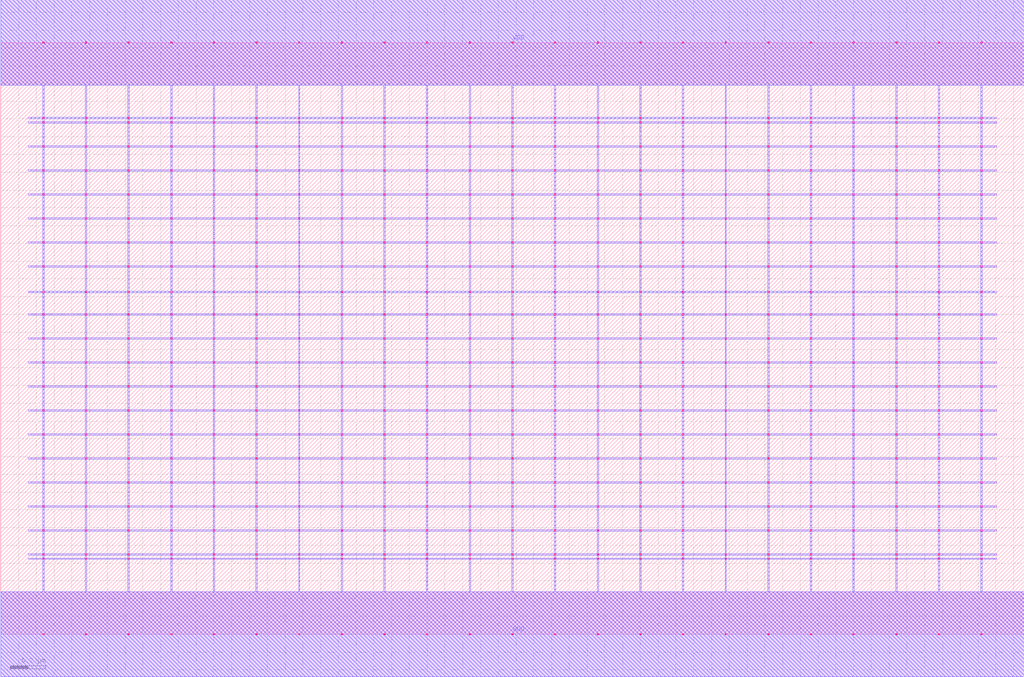
<source format=lef>
MACRO AND2X2
 CLASS CORE ;
 FOREIGN AND2X2 0 0 ;
 SIZE 5.76 BY 3.33 ;
 ORIGIN 0 0 ;
 SYMMETRY X Y R90 ;
 SITE unit ;
  PIN VDD
   DIRECTION INOUT ;
   USE POWER ;
   SHAPE ABUTMENT ;
    PORT
     CLASS CORE ;
       LAYER li1 ;
        RECT 0.00000000 3.09000000 5.76000000 3.57000000 ;
       LAYER met1 ;
        RECT 0.00000000 3.09000000 5.76000000 3.57000000 ;
    END
  END VDD

  PIN GND
   DIRECTION INOUT ;
   USE POWER ;
   SHAPE ABUTMENT ;
    PORT
     CLASS CORE ;
       LAYER li1 ;
        RECT 0.00000000 -0.24000000 5.76000000 0.24000000 ;
       LAYER met1 ;
        RECT 0.00000000 -0.24000000 5.76000000 0.24000000 ;
    END
  END GND

 OBS
    LAYER polycont ;
     RECT 1.43600000 0.98600000 1.44400000 0.99400000 ;
     RECT 2.87600000 0.98600000 2.88400000 0.99400000 ;
     RECT 4.31600000 0.98600000 4.32400000 0.99400000 ;
     RECT 1.43600000 1.92100000 1.44400000 1.92900000 ;
     RECT 2.87600000 1.92100000 2.88400000 1.92900000 ;
     RECT 4.31600000 1.92100000 4.32400000 1.92900000 ;

    LAYER pdiffc ;
     RECT 0.71600000 2.33600000 0.72400000 2.34400000 ;
     RECT 0.95600000 2.33600000 0.96400000 2.34400000 ;
     RECT 1.91600000 2.33600000 1.92400000 2.34400000 ;
     RECT 2.15600000 2.33600000 2.16400000 2.34400000 ;
     RECT 2.39600000 2.33600000 2.40400000 2.34400000 ;
     RECT 3.35600000 2.33600000 3.36400000 2.34400000 ;
     RECT 3.59600000 2.33600000 3.60400000 2.34400000 ;
     RECT 3.83600000 2.33600000 3.84400000 2.34400000 ;
     RECT 4.79600000 2.33600000 4.80400000 2.34400000 ;
     RECT 5.03600000 2.33600000 5.04400000 2.34400000 ;
     RECT 0.71600000 2.47100000 0.72400000 2.47900000 ;
     RECT 0.95600000 2.47100000 0.96400000 2.47900000 ;
     RECT 1.91600000 2.47100000 1.92400000 2.47900000 ;
     RECT 2.15600000 2.47100000 2.16400000 2.47900000 ;
     RECT 2.39600000 2.47100000 2.40400000 2.47900000 ;
     RECT 3.35600000 2.47100000 3.36400000 2.47900000 ;
     RECT 3.59600000 2.47100000 3.60400000 2.47900000 ;
     RECT 3.83600000 2.47100000 3.84400000 2.47900000 ;
     RECT 4.79600000 2.47100000 4.80400000 2.47900000 ;
     RECT 5.03600000 2.47100000 5.04400000 2.47900000 ;
     RECT 0.71600000 2.60600000 0.72400000 2.61400000 ;
     RECT 0.95600000 2.60600000 0.96400000 2.61400000 ;
     RECT 1.91600000 2.60600000 1.92400000 2.61400000 ;
     RECT 2.15600000 2.60600000 2.16400000 2.61400000 ;
     RECT 2.39600000 2.60600000 2.40400000 2.61400000 ;
     RECT 3.35600000 2.60600000 3.36400000 2.61400000 ;
     RECT 3.59600000 2.60600000 3.60400000 2.61400000 ;
     RECT 3.83600000 2.60600000 3.84400000 2.61400000 ;
     RECT 4.79600000 2.60600000 4.80400000 2.61400000 ;
     RECT 5.03600000 2.60600000 5.04400000 2.61400000 ;
     RECT 0.71600000 2.74100000 0.72400000 2.74900000 ;
     RECT 0.95600000 2.74100000 0.96400000 2.74900000 ;
     RECT 1.91600000 2.74100000 1.92400000 2.74900000 ;
     RECT 2.15600000 2.74100000 2.16400000 2.74900000 ;
     RECT 2.39600000 2.74100000 2.40400000 2.74900000 ;
     RECT 3.35600000 2.74100000 3.36400000 2.74900000 ;
     RECT 3.59600000 2.74100000 3.60400000 2.74900000 ;
     RECT 3.83600000 2.74100000 3.84400000 2.74900000 ;
     RECT 4.79600000 2.74100000 4.80400000 2.74900000 ;
     RECT 5.03600000 2.74100000 5.04400000 2.74900000 ;
     RECT 0.71600000 2.87600000 0.72400000 2.88400000 ;
     RECT 0.95600000 2.87600000 0.96400000 2.88400000 ;
     RECT 1.91600000 2.87600000 1.92400000 2.88400000 ;
     RECT 2.15600000 2.87600000 2.16400000 2.88400000 ;
     RECT 2.39600000 2.87600000 2.40400000 2.88400000 ;
     RECT 3.35600000 2.87600000 3.36400000 2.88400000 ;
     RECT 3.59600000 2.87600000 3.60400000 2.88400000 ;
     RECT 3.83600000 2.87600000 3.84400000 2.88400000 ;
     RECT 4.79600000 2.87600000 4.80400000 2.88400000 ;
     RECT 5.03600000 2.87600000 5.04400000 2.88400000 ;
     RECT 0.71600000 2.90100000 0.72400000 2.90900000 ;
     RECT 0.95600000 2.90100000 0.96400000 2.90900000 ;
     RECT 1.91600000 2.90100000 1.92400000 2.90900000 ;
     RECT 2.15600000 2.90100000 2.16400000 2.90900000 ;
     RECT 2.39600000 2.90100000 2.40400000 2.90900000 ;
     RECT 3.35600000 2.90100000 3.36400000 2.90900000 ;
     RECT 3.59600000 2.90100000 3.60400000 2.90900000 ;
     RECT 3.83600000 2.90100000 3.84400000 2.90900000 ;
     RECT 4.79600000 2.90100000 4.80400000 2.90900000 ;
     RECT 5.03600000 2.90100000 5.04400000 2.90900000 ;

    LAYER ndiffc ;
     RECT 0.71600000 0.42100000 0.72400000 0.42900000 ;
     RECT 0.95600000 0.42100000 0.96400000 0.42900000 ;
     RECT 1.91600000 0.42100000 1.92400000 0.42900000 ;
     RECT 2.15600000 0.42100000 2.16400000 0.42900000 ;
     RECT 2.39600000 0.42100000 2.40400000 0.42900000 ;
     RECT 3.35600000 0.42100000 3.36400000 0.42900000 ;
     RECT 3.59600000 0.42100000 3.60400000 0.42900000 ;
     RECT 3.83600000 0.42100000 3.84400000 0.42900000 ;
     RECT 4.79600000 0.42100000 4.80400000 0.42900000 ;
     RECT 5.03600000 0.42100000 5.04400000 0.42900000 ;
     RECT 0.71600000 0.44600000 0.72400000 0.45400000 ;
     RECT 0.95600000 0.44600000 0.96400000 0.45400000 ;
     RECT 1.91600000 0.44600000 1.92400000 0.45400000 ;
     RECT 2.15600000 0.44600000 2.16400000 0.45400000 ;
     RECT 2.39600000 0.44600000 2.40400000 0.45400000 ;
     RECT 3.35600000 0.44600000 3.36400000 0.45400000 ;
     RECT 3.59600000 0.44600000 3.60400000 0.45400000 ;
     RECT 3.83600000 0.44600000 3.84400000 0.45400000 ;
     RECT 4.79600000 0.44600000 4.80400000 0.45400000 ;
     RECT 5.03600000 0.44600000 5.04400000 0.45400000 ;
     RECT 0.71600000 0.58100000 0.72400000 0.58900000 ;
     RECT 0.95600000 0.58100000 0.96400000 0.58900000 ;
     RECT 1.91600000 0.58100000 1.92400000 0.58900000 ;
     RECT 2.15600000 0.58100000 2.16400000 0.58900000 ;
     RECT 2.39600000 0.58100000 2.40400000 0.58900000 ;
     RECT 3.35600000 0.58100000 3.36400000 0.58900000 ;
     RECT 3.59600000 0.58100000 3.60400000 0.58900000 ;
     RECT 3.83600000 0.58100000 3.84400000 0.58900000 ;
     RECT 4.79600000 0.58100000 4.80400000 0.58900000 ;
     RECT 5.03600000 0.58100000 5.04400000 0.58900000 ;

    LAYER li1 ;
     RECT 0.00000000 -0.24000000 5.76000000 0.24000000 ;
     RECT 0.23600000 0.24000000 0.24400000 0.42100000 ;
     RECT 0.47600000 0.24000000 0.48400000 0.42100000 ;
     RECT 0.71600000 0.24000000 0.72400000 0.42100000 ;
     RECT 0.95600000 0.24000000 0.96400000 0.42100000 ;
     RECT 1.19600000 0.24000000 1.20400000 0.42100000 ;
     RECT 1.43600000 0.24000000 1.44400000 0.42100000 ;
     RECT 1.67600000 0.24000000 1.68400000 0.42100000 ;
     RECT 1.91600000 0.24000000 1.92400000 0.42100000 ;
     RECT 2.15600000 0.24000000 2.16400000 0.42100000 ;
     RECT 2.39600000 0.24000000 2.40400000 0.42100000 ;
     RECT 2.63600000 0.24000000 2.64400000 0.42100000 ;
     RECT 2.87600000 0.24000000 2.88400000 0.42100000 ;
     RECT 3.11600000 0.24000000 3.12400000 0.42100000 ;
     RECT 3.35600000 0.24000000 3.36400000 0.42100000 ;
     RECT 3.59600000 0.24000000 3.60400000 0.42100000 ;
     RECT 3.83600000 0.24000000 3.84400000 0.42100000 ;
     RECT 4.07600000 0.24000000 4.08400000 0.42100000 ;
     RECT 4.31600000 0.24000000 4.32400000 0.42100000 ;
     RECT 4.55600000 0.24000000 4.56400000 0.42100000 ;
     RECT 4.79600000 0.24000000 4.80400000 0.42100000 ;
     RECT 5.03600000 0.24000000 5.04400000 0.42100000 ;
     RECT 5.27600000 0.24000000 5.28400000 0.42100000 ;
     RECT 5.51600000 0.24000000 5.52400000 0.42100000 ;
     RECT 0.15500000 0.42100000 5.60500000 0.42900000 ;
     RECT 0.23600000 0.42900000 0.24400000 0.44600000 ;
     RECT 0.47600000 0.42900000 0.48400000 0.44600000 ;
     RECT 0.71600000 0.42900000 0.72400000 0.44600000 ;
     RECT 0.95600000 0.42900000 0.96400000 0.44600000 ;
     RECT 1.19600000 0.42900000 1.20400000 0.44600000 ;
     RECT 1.43600000 0.42900000 1.44400000 0.44600000 ;
     RECT 1.67600000 0.42900000 1.68400000 0.44600000 ;
     RECT 1.91600000 0.42900000 1.92400000 0.44600000 ;
     RECT 2.15600000 0.42900000 2.16400000 0.44600000 ;
     RECT 2.39600000 0.42900000 2.40400000 0.44600000 ;
     RECT 2.63600000 0.42900000 2.64400000 0.44600000 ;
     RECT 2.87600000 0.42900000 2.88400000 0.44600000 ;
     RECT 3.11600000 0.42900000 3.12400000 0.44600000 ;
     RECT 3.35600000 0.42900000 3.36400000 0.44600000 ;
     RECT 3.59600000 0.42900000 3.60400000 0.44600000 ;
     RECT 3.83600000 0.42900000 3.84400000 0.44600000 ;
     RECT 4.07600000 0.42900000 4.08400000 0.44600000 ;
     RECT 4.31600000 0.42900000 4.32400000 0.44600000 ;
     RECT 4.55600000 0.42900000 4.56400000 0.44600000 ;
     RECT 4.79600000 0.42900000 4.80400000 0.44600000 ;
     RECT 5.03600000 0.42900000 5.04400000 0.44600000 ;
     RECT 5.27600000 0.42900000 5.28400000 0.44600000 ;
     RECT 5.51600000 0.42900000 5.52400000 0.44600000 ;
     RECT 0.15500000 0.44600000 5.60500000 0.45400000 ;
     RECT 0.23600000 0.45400000 0.24400000 0.58100000 ;
     RECT 0.47600000 0.45400000 0.48400000 0.58100000 ;
     RECT 0.71600000 0.45400000 0.72400000 0.58100000 ;
     RECT 0.95600000 0.45400000 0.96400000 0.58100000 ;
     RECT 1.19600000 0.45400000 1.20400000 0.58100000 ;
     RECT 1.43600000 0.45400000 1.44400000 0.58100000 ;
     RECT 1.67600000 0.45400000 1.68400000 0.58100000 ;
     RECT 1.91600000 0.45400000 1.92400000 0.58100000 ;
     RECT 2.15600000 0.45400000 2.16400000 0.58100000 ;
     RECT 2.39600000 0.45400000 2.40400000 0.58100000 ;
     RECT 2.63600000 0.45400000 2.64400000 0.58100000 ;
     RECT 2.87600000 0.45400000 2.88400000 0.58100000 ;
     RECT 3.11600000 0.45400000 3.12400000 0.58100000 ;
     RECT 3.35600000 0.45400000 3.36400000 0.58100000 ;
     RECT 3.59600000 0.45400000 3.60400000 0.58100000 ;
     RECT 3.83600000 0.45400000 3.84400000 0.58100000 ;
     RECT 4.07600000 0.45400000 4.08400000 0.58100000 ;
     RECT 4.31600000 0.45400000 4.32400000 0.58100000 ;
     RECT 4.55600000 0.45400000 4.56400000 0.58100000 ;
     RECT 4.79600000 0.45400000 4.80400000 0.58100000 ;
     RECT 5.03600000 0.45400000 5.04400000 0.58100000 ;
     RECT 5.27600000 0.45400000 5.28400000 0.58100000 ;
     RECT 5.51600000 0.45400000 5.52400000 0.58100000 ;
     RECT 0.15500000 0.58100000 5.60500000 0.58900000 ;
     RECT 0.23600000 0.58900000 0.24400000 0.71600000 ;
     RECT 0.47600000 0.58900000 0.48400000 0.71600000 ;
     RECT 0.71600000 0.58900000 0.72400000 0.71600000 ;
     RECT 0.95600000 0.58900000 0.96400000 0.71600000 ;
     RECT 1.19600000 0.58900000 1.20400000 0.71600000 ;
     RECT 1.43600000 0.58900000 1.44400000 0.71600000 ;
     RECT 1.67600000 0.58900000 1.68400000 0.71600000 ;
     RECT 1.91600000 0.58900000 1.92400000 0.71600000 ;
     RECT 2.15600000 0.58900000 2.16400000 0.71600000 ;
     RECT 2.39600000 0.58900000 2.40400000 0.71600000 ;
     RECT 2.63600000 0.58900000 2.64400000 0.71600000 ;
     RECT 2.87600000 0.58900000 2.88400000 0.71600000 ;
     RECT 3.11600000 0.58900000 3.12400000 0.71600000 ;
     RECT 3.35600000 0.58900000 3.36400000 0.71600000 ;
     RECT 3.59600000 0.58900000 3.60400000 0.71600000 ;
     RECT 3.83600000 0.58900000 3.84400000 0.71600000 ;
     RECT 4.07600000 0.58900000 4.08400000 0.71600000 ;
     RECT 4.31600000 0.58900000 4.32400000 0.71600000 ;
     RECT 4.55600000 0.58900000 4.56400000 0.71600000 ;
     RECT 4.79600000 0.58900000 4.80400000 0.71600000 ;
     RECT 5.03600000 0.58900000 5.04400000 0.71600000 ;
     RECT 5.27600000 0.58900000 5.28400000 0.71600000 ;
     RECT 5.51600000 0.58900000 5.52400000 0.71600000 ;
     RECT 0.15500000 0.71600000 5.60500000 0.72400000 ;
     RECT 0.23600000 0.72400000 0.24400000 0.85100000 ;
     RECT 0.47600000 0.72400000 0.48400000 0.85100000 ;
     RECT 0.71600000 0.72400000 0.72400000 0.85100000 ;
     RECT 0.95600000 0.72400000 0.96400000 0.85100000 ;
     RECT 1.19600000 0.72400000 1.20400000 0.85100000 ;
     RECT 1.43600000 0.72400000 1.44400000 0.85100000 ;
     RECT 1.67600000 0.72400000 1.68400000 0.85100000 ;
     RECT 1.91600000 0.72400000 1.92400000 0.85100000 ;
     RECT 2.15600000 0.72400000 2.16400000 0.85100000 ;
     RECT 2.39600000 0.72400000 2.40400000 0.85100000 ;
     RECT 2.63600000 0.72400000 2.64400000 0.85100000 ;
     RECT 2.87600000 0.72400000 2.88400000 0.85100000 ;
     RECT 3.11600000 0.72400000 3.12400000 0.85100000 ;
     RECT 3.35600000 0.72400000 3.36400000 0.85100000 ;
     RECT 3.59600000 0.72400000 3.60400000 0.85100000 ;
     RECT 3.83600000 0.72400000 3.84400000 0.85100000 ;
     RECT 4.07600000 0.72400000 4.08400000 0.85100000 ;
     RECT 4.31600000 0.72400000 4.32400000 0.85100000 ;
     RECT 4.55600000 0.72400000 4.56400000 0.85100000 ;
     RECT 4.79600000 0.72400000 4.80400000 0.85100000 ;
     RECT 5.03600000 0.72400000 5.04400000 0.85100000 ;
     RECT 5.27600000 0.72400000 5.28400000 0.85100000 ;
     RECT 5.51600000 0.72400000 5.52400000 0.85100000 ;
     RECT 0.15500000 0.85100000 5.60500000 0.85900000 ;
     RECT 0.23600000 0.85900000 0.24400000 0.98600000 ;
     RECT 0.47600000 0.85900000 0.48400000 0.98600000 ;
     RECT 0.71600000 0.85900000 0.72400000 0.98600000 ;
     RECT 0.95600000 0.85900000 0.96400000 0.98600000 ;
     RECT 1.19600000 0.85900000 1.20400000 0.98600000 ;
     RECT 1.43600000 0.85900000 1.44400000 0.98600000 ;
     RECT 1.67600000 0.85900000 1.68400000 0.98600000 ;
     RECT 1.91600000 0.85900000 1.92400000 0.98600000 ;
     RECT 2.15600000 0.85900000 2.16400000 0.98600000 ;
     RECT 2.39600000 0.85900000 2.40400000 0.98600000 ;
     RECT 2.63600000 0.85900000 2.64400000 0.98600000 ;
     RECT 2.87600000 0.85900000 2.88400000 0.98600000 ;
     RECT 3.11600000 0.85900000 3.12400000 0.98600000 ;
     RECT 3.35600000 0.85900000 3.36400000 0.98600000 ;
     RECT 3.59600000 0.85900000 3.60400000 0.98600000 ;
     RECT 3.83600000 0.85900000 3.84400000 0.98600000 ;
     RECT 4.07600000 0.85900000 4.08400000 0.98600000 ;
     RECT 4.31600000 0.85900000 4.32400000 0.98600000 ;
     RECT 4.55600000 0.85900000 4.56400000 0.98600000 ;
     RECT 4.79600000 0.85900000 4.80400000 0.98600000 ;
     RECT 5.03600000 0.85900000 5.04400000 0.98600000 ;
     RECT 5.27600000 0.85900000 5.28400000 0.98600000 ;
     RECT 5.51600000 0.85900000 5.52400000 0.98600000 ;
     RECT 0.15500000 0.98600000 5.60500000 0.99400000 ;
     RECT 0.23600000 0.99400000 0.24400000 1.12100000 ;
     RECT 0.47600000 0.99400000 0.48400000 1.12100000 ;
     RECT 0.71600000 0.99400000 0.72400000 1.12100000 ;
     RECT 0.95600000 0.99400000 0.96400000 1.12100000 ;
     RECT 1.19600000 0.99400000 1.20400000 1.12100000 ;
     RECT 1.43600000 0.99400000 1.44400000 1.12100000 ;
     RECT 1.67600000 0.99400000 1.68400000 1.12100000 ;
     RECT 1.91600000 0.99400000 1.92400000 1.12100000 ;
     RECT 2.15600000 0.99400000 2.16400000 1.12100000 ;
     RECT 2.39600000 0.99400000 2.40400000 1.12100000 ;
     RECT 2.63600000 0.99400000 2.64400000 1.12100000 ;
     RECT 2.87600000 0.99400000 2.88400000 1.12100000 ;
     RECT 3.11600000 0.99400000 3.12400000 1.12100000 ;
     RECT 3.35600000 0.99400000 3.36400000 1.12100000 ;
     RECT 3.59600000 0.99400000 3.60400000 1.12100000 ;
     RECT 3.83600000 0.99400000 3.84400000 1.12100000 ;
     RECT 4.07600000 0.99400000 4.08400000 1.12100000 ;
     RECT 4.31600000 0.99400000 4.32400000 1.12100000 ;
     RECT 4.55600000 0.99400000 4.56400000 1.12100000 ;
     RECT 4.79600000 0.99400000 4.80400000 1.12100000 ;
     RECT 5.03600000 0.99400000 5.04400000 1.12100000 ;
     RECT 5.27600000 0.99400000 5.28400000 1.12100000 ;
     RECT 5.51600000 0.99400000 5.52400000 1.12100000 ;
     RECT 0.15500000 1.12100000 5.60500000 1.12900000 ;
     RECT 0.23600000 1.12900000 0.24400000 1.25600000 ;
     RECT 0.47600000 1.12900000 0.48400000 1.25600000 ;
     RECT 0.71600000 1.12900000 0.72400000 1.25600000 ;
     RECT 0.95600000 1.12900000 0.96400000 1.25600000 ;
     RECT 1.19600000 1.12900000 1.20400000 1.25600000 ;
     RECT 1.43600000 1.12900000 1.44400000 1.25600000 ;
     RECT 1.67600000 1.12900000 1.68400000 1.25600000 ;
     RECT 1.91600000 1.12900000 1.92400000 1.25600000 ;
     RECT 2.15600000 1.12900000 2.16400000 1.25600000 ;
     RECT 2.39600000 1.12900000 2.40400000 1.25600000 ;
     RECT 2.63600000 1.12900000 2.64400000 1.25600000 ;
     RECT 2.87600000 1.12900000 2.88400000 1.25600000 ;
     RECT 3.11600000 1.12900000 3.12400000 1.25600000 ;
     RECT 3.35600000 1.12900000 3.36400000 1.25600000 ;
     RECT 3.59600000 1.12900000 3.60400000 1.25600000 ;
     RECT 3.83600000 1.12900000 3.84400000 1.25600000 ;
     RECT 4.07600000 1.12900000 4.08400000 1.25600000 ;
     RECT 4.31600000 1.12900000 4.32400000 1.25600000 ;
     RECT 4.55600000 1.12900000 4.56400000 1.25600000 ;
     RECT 4.79600000 1.12900000 4.80400000 1.25600000 ;
     RECT 5.03600000 1.12900000 5.04400000 1.25600000 ;
     RECT 5.27600000 1.12900000 5.28400000 1.25600000 ;
     RECT 5.51600000 1.12900000 5.52400000 1.25600000 ;
     RECT 0.15500000 1.25600000 5.60500000 1.26400000 ;
     RECT 0.23600000 1.26400000 0.24400000 1.39100000 ;
     RECT 0.47600000 1.26400000 0.48400000 1.39100000 ;
     RECT 0.71600000 1.26400000 0.72400000 1.39100000 ;
     RECT 0.95600000 1.26400000 0.96400000 1.39100000 ;
     RECT 1.19600000 1.26400000 1.20400000 1.39100000 ;
     RECT 1.43600000 1.26400000 1.44400000 1.39100000 ;
     RECT 1.67600000 1.26400000 1.68400000 1.39100000 ;
     RECT 1.91600000 1.26400000 1.92400000 1.39100000 ;
     RECT 2.15600000 1.26400000 2.16400000 1.39100000 ;
     RECT 2.39600000 1.26400000 2.40400000 1.39100000 ;
     RECT 2.63600000 1.26400000 2.64400000 1.39100000 ;
     RECT 2.87600000 1.26400000 2.88400000 1.39100000 ;
     RECT 3.11600000 1.26400000 3.12400000 1.39100000 ;
     RECT 3.35600000 1.26400000 3.36400000 1.39100000 ;
     RECT 3.59600000 1.26400000 3.60400000 1.39100000 ;
     RECT 3.83600000 1.26400000 3.84400000 1.39100000 ;
     RECT 4.07600000 1.26400000 4.08400000 1.39100000 ;
     RECT 4.31600000 1.26400000 4.32400000 1.39100000 ;
     RECT 4.55600000 1.26400000 4.56400000 1.39100000 ;
     RECT 4.79600000 1.26400000 4.80400000 1.39100000 ;
     RECT 5.03600000 1.26400000 5.04400000 1.39100000 ;
     RECT 5.27600000 1.26400000 5.28400000 1.39100000 ;
     RECT 5.51600000 1.26400000 5.52400000 1.39100000 ;
     RECT 0.15500000 1.39100000 5.60500000 1.39900000 ;
     RECT 0.23600000 1.39900000 0.24400000 1.52600000 ;
     RECT 0.47600000 1.39900000 0.48400000 1.52600000 ;
     RECT 0.71600000 1.39900000 0.72400000 1.52600000 ;
     RECT 0.95600000 1.39900000 0.96400000 1.52600000 ;
     RECT 1.19600000 1.39900000 1.20400000 1.52600000 ;
     RECT 1.43600000 1.39900000 1.44400000 1.52600000 ;
     RECT 1.67600000 1.39900000 1.68400000 1.52600000 ;
     RECT 1.91600000 1.39900000 1.92400000 1.52600000 ;
     RECT 2.15600000 1.39900000 2.16400000 1.52600000 ;
     RECT 2.39600000 1.39900000 2.40400000 1.52600000 ;
     RECT 2.63600000 1.39900000 2.64400000 1.52600000 ;
     RECT 2.87600000 1.39900000 2.88400000 1.52600000 ;
     RECT 3.11600000 1.39900000 3.12400000 1.52600000 ;
     RECT 3.35600000 1.39900000 3.36400000 1.52600000 ;
     RECT 3.59600000 1.39900000 3.60400000 1.52600000 ;
     RECT 3.83600000 1.39900000 3.84400000 1.52600000 ;
     RECT 4.07600000 1.39900000 4.08400000 1.52600000 ;
     RECT 4.31600000 1.39900000 4.32400000 1.52600000 ;
     RECT 4.55600000 1.39900000 4.56400000 1.52600000 ;
     RECT 4.79600000 1.39900000 4.80400000 1.52600000 ;
     RECT 5.03600000 1.39900000 5.04400000 1.52600000 ;
     RECT 5.27600000 1.39900000 5.28400000 1.52600000 ;
     RECT 5.51600000 1.39900000 5.52400000 1.52600000 ;
     RECT 0.15500000 1.52600000 5.60500000 1.53400000 ;
     RECT 0.23600000 1.53400000 0.24400000 1.66100000 ;
     RECT 0.47600000 1.53400000 0.48400000 1.66100000 ;
     RECT 0.71600000 1.53400000 0.72400000 1.66100000 ;
     RECT 0.95600000 1.53400000 0.96400000 1.66100000 ;
     RECT 1.19600000 1.53400000 1.20400000 1.66100000 ;
     RECT 1.43600000 1.53400000 1.44400000 1.66100000 ;
     RECT 1.67600000 1.53400000 1.68400000 1.66100000 ;
     RECT 1.91600000 1.53400000 1.92400000 1.66100000 ;
     RECT 2.15600000 1.53400000 2.16400000 1.66100000 ;
     RECT 2.39600000 1.53400000 2.40400000 1.66100000 ;
     RECT 2.63600000 1.53400000 2.64400000 1.66100000 ;
     RECT 2.87600000 1.53400000 2.88400000 1.66100000 ;
     RECT 3.11600000 1.53400000 3.12400000 1.66100000 ;
     RECT 3.35600000 1.53400000 3.36400000 1.66100000 ;
     RECT 3.59600000 1.53400000 3.60400000 1.66100000 ;
     RECT 3.83600000 1.53400000 3.84400000 1.66100000 ;
     RECT 4.07600000 1.53400000 4.08400000 1.66100000 ;
     RECT 4.31600000 1.53400000 4.32400000 1.66100000 ;
     RECT 4.55600000 1.53400000 4.56400000 1.66100000 ;
     RECT 4.79600000 1.53400000 4.80400000 1.66100000 ;
     RECT 5.03600000 1.53400000 5.04400000 1.66100000 ;
     RECT 5.27600000 1.53400000 5.28400000 1.66100000 ;
     RECT 5.51600000 1.53400000 5.52400000 1.66100000 ;
     RECT 0.15500000 1.66100000 5.60500000 1.66900000 ;
     RECT 0.23600000 1.66900000 0.24400000 1.79600000 ;
     RECT 0.47600000 1.66900000 0.48400000 1.79600000 ;
     RECT 0.71600000 1.66900000 0.72400000 1.79600000 ;
     RECT 0.95600000 1.66900000 0.96400000 1.79600000 ;
     RECT 1.19600000 1.66900000 1.20400000 1.79600000 ;
     RECT 1.43600000 1.66900000 1.44400000 1.79600000 ;
     RECT 1.67600000 1.66900000 1.68400000 1.79600000 ;
     RECT 1.91600000 1.66900000 1.92400000 1.79600000 ;
     RECT 2.15600000 1.66900000 2.16400000 1.79600000 ;
     RECT 2.39600000 1.66900000 2.40400000 1.79600000 ;
     RECT 2.63600000 1.66900000 2.64400000 1.79600000 ;
     RECT 2.87600000 1.66900000 2.88400000 1.79600000 ;
     RECT 3.11600000 1.66900000 3.12400000 1.79600000 ;
     RECT 3.35600000 1.66900000 3.36400000 1.79600000 ;
     RECT 3.59600000 1.66900000 3.60400000 1.79600000 ;
     RECT 3.83600000 1.66900000 3.84400000 1.79600000 ;
     RECT 4.07600000 1.66900000 4.08400000 1.79600000 ;
     RECT 4.31600000 1.66900000 4.32400000 1.79600000 ;
     RECT 4.55600000 1.66900000 4.56400000 1.79600000 ;
     RECT 4.79600000 1.66900000 4.80400000 1.79600000 ;
     RECT 5.03600000 1.66900000 5.04400000 1.79600000 ;
     RECT 5.27600000 1.66900000 5.28400000 1.79600000 ;
     RECT 5.51600000 1.66900000 5.52400000 1.79600000 ;
     RECT 0.15500000 1.79600000 5.60500000 1.80400000 ;
     RECT 0.23600000 1.80400000 0.24400000 1.92100000 ;
     RECT 0.47600000 1.80400000 0.48400000 1.92100000 ;
     RECT 0.71600000 1.80400000 0.72400000 1.92100000 ;
     RECT 0.95600000 1.80400000 0.96400000 1.92100000 ;
     RECT 1.19600000 1.80400000 1.20400000 1.92100000 ;
     RECT 1.43600000 1.80400000 1.44400000 1.92100000 ;
     RECT 1.67600000 1.80400000 1.68400000 1.92100000 ;
     RECT 1.91600000 1.80400000 1.92400000 1.92100000 ;
     RECT 2.15600000 1.80400000 2.16400000 1.92100000 ;
     RECT 2.39600000 1.80400000 2.40400000 1.92100000 ;
     RECT 2.63600000 1.80400000 2.64400000 1.92100000 ;
     RECT 2.87600000 1.80400000 2.88400000 1.92100000 ;
     RECT 3.11600000 1.80400000 3.12400000 1.92100000 ;
     RECT 3.35600000 1.80400000 3.36400000 1.92100000 ;
     RECT 3.59600000 1.80400000 3.60400000 1.92100000 ;
     RECT 3.83600000 1.80400000 3.84400000 1.92100000 ;
     RECT 4.07600000 1.80400000 4.08400000 1.92100000 ;
     RECT 4.31600000 1.80400000 4.32400000 1.92100000 ;
     RECT 4.55600000 1.80400000 4.56400000 1.92100000 ;
     RECT 4.79600000 1.80400000 4.80400000 1.92100000 ;
     RECT 5.03600000 1.80400000 5.04400000 1.92100000 ;
     RECT 5.27600000 1.80400000 5.28400000 1.92100000 ;
     RECT 5.51600000 1.80400000 5.52400000 1.92100000 ;
     RECT 0.15500000 1.92100000 5.60500000 1.92900000 ;
     RECT 0.23600000 1.92900000 0.24400000 2.06600000 ;
     RECT 0.47600000 1.92900000 0.48400000 2.06600000 ;
     RECT 0.71600000 1.92900000 0.72400000 2.06600000 ;
     RECT 0.95600000 1.92900000 0.96400000 2.06600000 ;
     RECT 1.19600000 1.92900000 1.20400000 2.06600000 ;
     RECT 1.43600000 1.92900000 1.44400000 2.06600000 ;
     RECT 1.67600000 1.92900000 1.68400000 2.06600000 ;
     RECT 1.91600000 1.92900000 1.92400000 2.06600000 ;
     RECT 2.15600000 1.92900000 2.16400000 2.06600000 ;
     RECT 2.39600000 1.92900000 2.40400000 2.06600000 ;
     RECT 2.63600000 1.92900000 2.64400000 2.06600000 ;
     RECT 2.87600000 1.92900000 2.88400000 2.06600000 ;
     RECT 3.11600000 1.92900000 3.12400000 2.06600000 ;
     RECT 3.35600000 1.92900000 3.36400000 2.06600000 ;
     RECT 3.59600000 1.92900000 3.60400000 2.06600000 ;
     RECT 3.83600000 1.92900000 3.84400000 2.06600000 ;
     RECT 4.07600000 1.92900000 4.08400000 2.06600000 ;
     RECT 4.31600000 1.92900000 4.32400000 2.06600000 ;
     RECT 4.55600000 1.92900000 4.56400000 2.06600000 ;
     RECT 4.79600000 1.92900000 4.80400000 2.06600000 ;
     RECT 5.03600000 1.92900000 5.04400000 2.06600000 ;
     RECT 5.27600000 1.92900000 5.28400000 2.06600000 ;
     RECT 5.51600000 1.92900000 5.52400000 2.06600000 ;
     RECT 0.15500000 2.06600000 5.60500000 2.07400000 ;
     RECT 0.23600000 2.07400000 0.24400000 2.20100000 ;
     RECT 0.47600000 2.07400000 0.48400000 2.20100000 ;
     RECT 0.71600000 2.07400000 0.72400000 2.20100000 ;
     RECT 0.95600000 2.07400000 0.96400000 2.20100000 ;
     RECT 1.19600000 2.07400000 1.20400000 2.20100000 ;
     RECT 1.43600000 2.07400000 1.44400000 2.20100000 ;
     RECT 1.67600000 2.07400000 1.68400000 2.20100000 ;
     RECT 1.91600000 2.07400000 1.92400000 2.20100000 ;
     RECT 2.15600000 2.07400000 2.16400000 2.20100000 ;
     RECT 2.39600000 2.07400000 2.40400000 2.20100000 ;
     RECT 2.63600000 2.07400000 2.64400000 2.20100000 ;
     RECT 2.87600000 2.07400000 2.88400000 2.20100000 ;
     RECT 3.11600000 2.07400000 3.12400000 2.20100000 ;
     RECT 3.35600000 2.07400000 3.36400000 2.20100000 ;
     RECT 3.59600000 2.07400000 3.60400000 2.20100000 ;
     RECT 3.83600000 2.07400000 3.84400000 2.20100000 ;
     RECT 4.07600000 2.07400000 4.08400000 2.20100000 ;
     RECT 4.31600000 2.07400000 4.32400000 2.20100000 ;
     RECT 4.55600000 2.07400000 4.56400000 2.20100000 ;
     RECT 4.79600000 2.07400000 4.80400000 2.20100000 ;
     RECT 5.03600000 2.07400000 5.04400000 2.20100000 ;
     RECT 5.27600000 2.07400000 5.28400000 2.20100000 ;
     RECT 5.51600000 2.07400000 5.52400000 2.20100000 ;
     RECT 0.15500000 2.20100000 5.60500000 2.20900000 ;
     RECT 0.23600000 2.20900000 0.24400000 2.33600000 ;
     RECT 0.47600000 2.20900000 0.48400000 2.33600000 ;
     RECT 0.71600000 2.20900000 0.72400000 2.33600000 ;
     RECT 0.95600000 2.20900000 0.96400000 2.33600000 ;
     RECT 1.19600000 2.20900000 1.20400000 2.33600000 ;
     RECT 1.43600000 2.20900000 1.44400000 2.33600000 ;
     RECT 1.67600000 2.20900000 1.68400000 2.33600000 ;
     RECT 1.91600000 2.20900000 1.92400000 2.33600000 ;
     RECT 2.15600000 2.20900000 2.16400000 2.33600000 ;
     RECT 2.39600000 2.20900000 2.40400000 2.33600000 ;
     RECT 2.63600000 2.20900000 2.64400000 2.33600000 ;
     RECT 2.87600000 2.20900000 2.88400000 2.33600000 ;
     RECT 3.11600000 2.20900000 3.12400000 2.33600000 ;
     RECT 3.35600000 2.20900000 3.36400000 2.33600000 ;
     RECT 3.59600000 2.20900000 3.60400000 2.33600000 ;
     RECT 3.83600000 2.20900000 3.84400000 2.33600000 ;
     RECT 4.07600000 2.20900000 4.08400000 2.33600000 ;
     RECT 4.31600000 2.20900000 4.32400000 2.33600000 ;
     RECT 4.55600000 2.20900000 4.56400000 2.33600000 ;
     RECT 4.79600000 2.20900000 4.80400000 2.33600000 ;
     RECT 5.03600000 2.20900000 5.04400000 2.33600000 ;
     RECT 5.27600000 2.20900000 5.28400000 2.33600000 ;
     RECT 5.51600000 2.20900000 5.52400000 2.33600000 ;
     RECT 0.15500000 2.33600000 5.60500000 2.34400000 ;
     RECT 0.23600000 2.34400000 0.24400000 2.47100000 ;
     RECT 0.47600000 2.34400000 0.48400000 2.47100000 ;
     RECT 0.71600000 2.34400000 0.72400000 2.47100000 ;
     RECT 0.95600000 2.34400000 0.96400000 2.47100000 ;
     RECT 1.19600000 2.34400000 1.20400000 2.47100000 ;
     RECT 1.43600000 2.34400000 1.44400000 2.47100000 ;
     RECT 1.67600000 2.34400000 1.68400000 2.47100000 ;
     RECT 1.91600000 2.34400000 1.92400000 2.47100000 ;
     RECT 2.15600000 2.34400000 2.16400000 2.47100000 ;
     RECT 2.39600000 2.34400000 2.40400000 2.47100000 ;
     RECT 2.63600000 2.34400000 2.64400000 2.47100000 ;
     RECT 2.87600000 2.34400000 2.88400000 2.47100000 ;
     RECT 3.11600000 2.34400000 3.12400000 2.47100000 ;
     RECT 3.35600000 2.34400000 3.36400000 2.47100000 ;
     RECT 3.59600000 2.34400000 3.60400000 2.47100000 ;
     RECT 3.83600000 2.34400000 3.84400000 2.47100000 ;
     RECT 4.07600000 2.34400000 4.08400000 2.47100000 ;
     RECT 4.31600000 2.34400000 4.32400000 2.47100000 ;
     RECT 4.55600000 2.34400000 4.56400000 2.47100000 ;
     RECT 4.79600000 2.34400000 4.80400000 2.47100000 ;
     RECT 5.03600000 2.34400000 5.04400000 2.47100000 ;
     RECT 5.27600000 2.34400000 5.28400000 2.47100000 ;
     RECT 5.51600000 2.34400000 5.52400000 2.47100000 ;
     RECT 0.15500000 2.47100000 5.60500000 2.47900000 ;
     RECT 0.23600000 2.47900000 0.24400000 2.60600000 ;
     RECT 0.47600000 2.47900000 0.48400000 2.60600000 ;
     RECT 0.71600000 2.47900000 0.72400000 2.60600000 ;
     RECT 0.95600000 2.47900000 0.96400000 2.60600000 ;
     RECT 1.19600000 2.47900000 1.20400000 2.60600000 ;
     RECT 1.43600000 2.47900000 1.44400000 2.60600000 ;
     RECT 1.67600000 2.47900000 1.68400000 2.60600000 ;
     RECT 1.91600000 2.47900000 1.92400000 2.60600000 ;
     RECT 2.15600000 2.47900000 2.16400000 2.60600000 ;
     RECT 2.39600000 2.47900000 2.40400000 2.60600000 ;
     RECT 2.63600000 2.47900000 2.64400000 2.60600000 ;
     RECT 2.87600000 2.47900000 2.88400000 2.60600000 ;
     RECT 3.11600000 2.47900000 3.12400000 2.60600000 ;
     RECT 3.35600000 2.47900000 3.36400000 2.60600000 ;
     RECT 3.59600000 2.47900000 3.60400000 2.60600000 ;
     RECT 3.83600000 2.47900000 3.84400000 2.60600000 ;
     RECT 4.07600000 2.47900000 4.08400000 2.60600000 ;
     RECT 4.31600000 2.47900000 4.32400000 2.60600000 ;
     RECT 4.55600000 2.47900000 4.56400000 2.60600000 ;
     RECT 4.79600000 2.47900000 4.80400000 2.60600000 ;
     RECT 5.03600000 2.47900000 5.04400000 2.60600000 ;
     RECT 5.27600000 2.47900000 5.28400000 2.60600000 ;
     RECT 5.51600000 2.47900000 5.52400000 2.60600000 ;
     RECT 0.15500000 2.60600000 5.60500000 2.61400000 ;
     RECT 0.23600000 2.61400000 0.24400000 2.74100000 ;
     RECT 0.47600000 2.61400000 0.48400000 2.74100000 ;
     RECT 0.71600000 2.61400000 0.72400000 2.74100000 ;
     RECT 0.95600000 2.61400000 0.96400000 2.74100000 ;
     RECT 1.19600000 2.61400000 1.20400000 2.74100000 ;
     RECT 1.43600000 2.61400000 1.44400000 2.74100000 ;
     RECT 1.67600000 2.61400000 1.68400000 2.74100000 ;
     RECT 1.91600000 2.61400000 1.92400000 2.74100000 ;
     RECT 2.15600000 2.61400000 2.16400000 2.74100000 ;
     RECT 2.39600000 2.61400000 2.40400000 2.74100000 ;
     RECT 2.63600000 2.61400000 2.64400000 2.74100000 ;
     RECT 2.87600000 2.61400000 2.88400000 2.74100000 ;
     RECT 3.11600000 2.61400000 3.12400000 2.74100000 ;
     RECT 3.35600000 2.61400000 3.36400000 2.74100000 ;
     RECT 3.59600000 2.61400000 3.60400000 2.74100000 ;
     RECT 3.83600000 2.61400000 3.84400000 2.74100000 ;
     RECT 4.07600000 2.61400000 4.08400000 2.74100000 ;
     RECT 4.31600000 2.61400000 4.32400000 2.74100000 ;
     RECT 4.55600000 2.61400000 4.56400000 2.74100000 ;
     RECT 4.79600000 2.61400000 4.80400000 2.74100000 ;
     RECT 5.03600000 2.61400000 5.04400000 2.74100000 ;
     RECT 5.27600000 2.61400000 5.28400000 2.74100000 ;
     RECT 5.51600000 2.61400000 5.52400000 2.74100000 ;
     RECT 0.15500000 2.74100000 5.60500000 2.74900000 ;
     RECT 0.23600000 2.74900000 0.24400000 2.87600000 ;
     RECT 0.47600000 2.74900000 0.48400000 2.87600000 ;
     RECT 0.71600000 2.74900000 0.72400000 2.87600000 ;
     RECT 0.95600000 2.74900000 0.96400000 2.87600000 ;
     RECT 1.19600000 2.74900000 1.20400000 2.87600000 ;
     RECT 1.43600000 2.74900000 1.44400000 2.87600000 ;
     RECT 1.67600000 2.74900000 1.68400000 2.87600000 ;
     RECT 1.91600000 2.74900000 1.92400000 2.87600000 ;
     RECT 2.15600000 2.74900000 2.16400000 2.87600000 ;
     RECT 2.39600000 2.74900000 2.40400000 2.87600000 ;
     RECT 2.63600000 2.74900000 2.64400000 2.87600000 ;
     RECT 2.87600000 2.74900000 2.88400000 2.87600000 ;
     RECT 3.11600000 2.74900000 3.12400000 2.87600000 ;
     RECT 3.35600000 2.74900000 3.36400000 2.87600000 ;
     RECT 3.59600000 2.74900000 3.60400000 2.87600000 ;
     RECT 3.83600000 2.74900000 3.84400000 2.87600000 ;
     RECT 4.07600000 2.74900000 4.08400000 2.87600000 ;
     RECT 4.31600000 2.74900000 4.32400000 2.87600000 ;
     RECT 4.55600000 2.74900000 4.56400000 2.87600000 ;
     RECT 4.79600000 2.74900000 4.80400000 2.87600000 ;
     RECT 5.03600000 2.74900000 5.04400000 2.87600000 ;
     RECT 5.27600000 2.74900000 5.28400000 2.87600000 ;
     RECT 5.51600000 2.74900000 5.52400000 2.87600000 ;
     RECT 0.15500000 2.87600000 5.60500000 2.88400000 ;
     RECT 0.23600000 2.88400000 0.24400000 2.90100000 ;
     RECT 0.47600000 2.88400000 0.48400000 2.90100000 ;
     RECT 0.71600000 2.88400000 0.72400000 2.90100000 ;
     RECT 0.95600000 2.88400000 0.96400000 2.90100000 ;
     RECT 1.19600000 2.88400000 1.20400000 2.90100000 ;
     RECT 1.43600000 2.88400000 1.44400000 2.90100000 ;
     RECT 1.67600000 2.88400000 1.68400000 2.90100000 ;
     RECT 1.91600000 2.88400000 1.92400000 2.90100000 ;
     RECT 2.15600000 2.88400000 2.16400000 2.90100000 ;
     RECT 2.39600000 2.88400000 2.40400000 2.90100000 ;
     RECT 2.63600000 2.88400000 2.64400000 2.90100000 ;
     RECT 2.87600000 2.88400000 2.88400000 2.90100000 ;
     RECT 3.11600000 2.88400000 3.12400000 2.90100000 ;
     RECT 3.35600000 2.88400000 3.36400000 2.90100000 ;
     RECT 3.59600000 2.88400000 3.60400000 2.90100000 ;
     RECT 3.83600000 2.88400000 3.84400000 2.90100000 ;
     RECT 4.07600000 2.88400000 4.08400000 2.90100000 ;
     RECT 4.31600000 2.88400000 4.32400000 2.90100000 ;
     RECT 4.55600000 2.88400000 4.56400000 2.90100000 ;
     RECT 4.79600000 2.88400000 4.80400000 2.90100000 ;
     RECT 5.03600000 2.88400000 5.04400000 2.90100000 ;
     RECT 5.27600000 2.88400000 5.28400000 2.90100000 ;
     RECT 5.51600000 2.88400000 5.52400000 2.90100000 ;
     RECT 0.15500000 2.90100000 5.60500000 2.90900000 ;
     RECT 0.23600000 2.90900000 0.24400000 3.09000000 ;
     RECT 0.47600000 2.90900000 0.48400000 3.09000000 ;
     RECT 0.71600000 2.90900000 0.72400000 3.09000000 ;
     RECT 0.95600000 2.90900000 0.96400000 3.09000000 ;
     RECT 1.19600000 2.90900000 1.20400000 3.09000000 ;
     RECT 1.43600000 2.90900000 1.44400000 3.09000000 ;
     RECT 1.67600000 2.90900000 1.68400000 3.09000000 ;
     RECT 1.91600000 2.90900000 1.92400000 3.09000000 ;
     RECT 2.15600000 2.90900000 2.16400000 3.09000000 ;
     RECT 2.39600000 2.90900000 2.40400000 3.09000000 ;
     RECT 2.63600000 2.90900000 2.64400000 3.09000000 ;
     RECT 2.87600000 2.90900000 2.88400000 3.09000000 ;
     RECT 3.11600000 2.90900000 3.12400000 3.09000000 ;
     RECT 3.35600000 2.90900000 3.36400000 3.09000000 ;
     RECT 3.59600000 2.90900000 3.60400000 3.09000000 ;
     RECT 3.83600000 2.90900000 3.84400000 3.09000000 ;
     RECT 4.07600000 2.90900000 4.08400000 3.09000000 ;
     RECT 4.31600000 2.90900000 4.32400000 3.09000000 ;
     RECT 4.55600000 2.90900000 4.56400000 3.09000000 ;
     RECT 4.79600000 2.90900000 4.80400000 3.09000000 ;
     RECT 5.03600000 2.90900000 5.04400000 3.09000000 ;
     RECT 5.27600000 2.90900000 5.28400000 3.09000000 ;
     RECT 5.51600000 2.90900000 5.52400000 3.09000000 ;
     RECT 0.00000000 3.09000000 5.76000000 3.57000000 ;

    LAYER viali ;
     RECT 0.23600000 -0.00400000 0.24400000 0.00400000 ;
     RECT 0.47600000 -0.00400000 0.48400000 0.00400000 ;
     RECT 0.71600000 -0.00400000 0.72400000 0.00400000 ;
     RECT 0.95600000 -0.00400000 0.96400000 0.00400000 ;
     RECT 1.19600000 -0.00400000 1.20400000 0.00400000 ;
     RECT 1.43600000 -0.00400000 1.44400000 0.00400000 ;
     RECT 1.67600000 -0.00400000 1.68400000 0.00400000 ;
     RECT 1.91600000 -0.00400000 1.92400000 0.00400000 ;
     RECT 2.15600000 -0.00400000 2.16400000 0.00400000 ;
     RECT 2.39600000 -0.00400000 2.40400000 0.00400000 ;
     RECT 2.63600000 -0.00400000 2.64400000 0.00400000 ;
     RECT 2.87600000 -0.00400000 2.88400000 0.00400000 ;
     RECT 3.11600000 -0.00400000 3.12400000 0.00400000 ;
     RECT 3.35600000 -0.00400000 3.36400000 0.00400000 ;
     RECT 3.59600000 -0.00400000 3.60400000 0.00400000 ;
     RECT 3.83600000 -0.00400000 3.84400000 0.00400000 ;
     RECT 4.07600000 -0.00400000 4.08400000 0.00400000 ;
     RECT 4.31600000 -0.00400000 4.32400000 0.00400000 ;
     RECT 4.55600000 -0.00400000 4.56400000 0.00400000 ;
     RECT 4.79600000 -0.00400000 4.80400000 0.00400000 ;
     RECT 5.03600000 -0.00400000 5.04400000 0.00400000 ;
     RECT 5.27600000 -0.00400000 5.28400000 0.00400000 ;
     RECT 5.51600000 -0.00400000 5.52400000 0.00400000 ;
     RECT 0.23600000 0.42100000 0.24400000 0.42900000 ;
     RECT 0.47600000 0.42100000 0.48400000 0.42900000 ;
     RECT 0.71600000 0.42100000 0.72400000 0.42900000 ;
     RECT 0.95600000 0.42100000 0.96400000 0.42900000 ;
     RECT 1.19600000 0.42100000 1.20400000 0.42900000 ;
     RECT 1.43600000 0.42100000 1.44400000 0.42900000 ;
     RECT 1.67600000 0.42100000 1.68400000 0.42900000 ;
     RECT 1.91600000 0.42100000 1.92400000 0.42900000 ;
     RECT 2.15600000 0.42100000 2.16400000 0.42900000 ;
     RECT 2.39600000 0.42100000 2.40400000 0.42900000 ;
     RECT 2.63600000 0.42100000 2.64400000 0.42900000 ;
     RECT 2.87600000 0.42100000 2.88400000 0.42900000 ;
     RECT 3.11600000 0.42100000 3.12400000 0.42900000 ;
     RECT 3.35600000 0.42100000 3.36400000 0.42900000 ;
     RECT 3.59600000 0.42100000 3.60400000 0.42900000 ;
     RECT 3.83600000 0.42100000 3.84400000 0.42900000 ;
     RECT 4.07600000 0.42100000 4.08400000 0.42900000 ;
     RECT 4.31600000 0.42100000 4.32400000 0.42900000 ;
     RECT 4.55600000 0.42100000 4.56400000 0.42900000 ;
     RECT 4.79600000 0.42100000 4.80400000 0.42900000 ;
     RECT 5.03600000 0.42100000 5.04400000 0.42900000 ;
     RECT 5.27600000 0.42100000 5.28400000 0.42900000 ;
     RECT 5.51600000 0.42100000 5.52400000 0.42900000 ;
     RECT 0.23600000 0.44600000 0.24400000 0.45400000 ;
     RECT 0.47600000 0.44600000 0.48400000 0.45400000 ;
     RECT 0.71600000 0.44600000 0.72400000 0.45400000 ;
     RECT 0.95600000 0.44600000 0.96400000 0.45400000 ;
     RECT 1.19600000 0.44600000 1.20400000 0.45400000 ;
     RECT 1.43600000 0.44600000 1.44400000 0.45400000 ;
     RECT 1.67600000 0.44600000 1.68400000 0.45400000 ;
     RECT 1.91600000 0.44600000 1.92400000 0.45400000 ;
     RECT 2.15600000 0.44600000 2.16400000 0.45400000 ;
     RECT 2.39600000 0.44600000 2.40400000 0.45400000 ;
     RECT 2.63600000 0.44600000 2.64400000 0.45400000 ;
     RECT 2.87600000 0.44600000 2.88400000 0.45400000 ;
     RECT 3.11600000 0.44600000 3.12400000 0.45400000 ;
     RECT 3.35600000 0.44600000 3.36400000 0.45400000 ;
     RECT 3.59600000 0.44600000 3.60400000 0.45400000 ;
     RECT 3.83600000 0.44600000 3.84400000 0.45400000 ;
     RECT 4.07600000 0.44600000 4.08400000 0.45400000 ;
     RECT 4.31600000 0.44600000 4.32400000 0.45400000 ;
     RECT 4.55600000 0.44600000 4.56400000 0.45400000 ;
     RECT 4.79600000 0.44600000 4.80400000 0.45400000 ;
     RECT 5.03600000 0.44600000 5.04400000 0.45400000 ;
     RECT 5.27600000 0.44600000 5.28400000 0.45400000 ;
     RECT 5.51600000 0.44600000 5.52400000 0.45400000 ;
     RECT 0.23600000 0.58100000 0.24400000 0.58900000 ;
     RECT 0.47600000 0.58100000 0.48400000 0.58900000 ;
     RECT 0.71600000 0.58100000 0.72400000 0.58900000 ;
     RECT 0.95600000 0.58100000 0.96400000 0.58900000 ;
     RECT 1.19600000 0.58100000 1.20400000 0.58900000 ;
     RECT 1.43600000 0.58100000 1.44400000 0.58900000 ;
     RECT 1.67600000 0.58100000 1.68400000 0.58900000 ;
     RECT 1.91600000 0.58100000 1.92400000 0.58900000 ;
     RECT 2.15600000 0.58100000 2.16400000 0.58900000 ;
     RECT 2.39600000 0.58100000 2.40400000 0.58900000 ;
     RECT 2.63600000 0.58100000 2.64400000 0.58900000 ;
     RECT 2.87600000 0.58100000 2.88400000 0.58900000 ;
     RECT 3.11600000 0.58100000 3.12400000 0.58900000 ;
     RECT 3.35600000 0.58100000 3.36400000 0.58900000 ;
     RECT 3.59600000 0.58100000 3.60400000 0.58900000 ;
     RECT 3.83600000 0.58100000 3.84400000 0.58900000 ;
     RECT 4.07600000 0.58100000 4.08400000 0.58900000 ;
     RECT 4.31600000 0.58100000 4.32400000 0.58900000 ;
     RECT 4.55600000 0.58100000 4.56400000 0.58900000 ;
     RECT 4.79600000 0.58100000 4.80400000 0.58900000 ;
     RECT 5.03600000 0.58100000 5.04400000 0.58900000 ;
     RECT 5.27600000 0.58100000 5.28400000 0.58900000 ;
     RECT 5.51600000 0.58100000 5.52400000 0.58900000 ;
     RECT 0.23600000 0.71600000 0.24400000 0.72400000 ;
     RECT 0.47600000 0.71600000 0.48400000 0.72400000 ;
     RECT 0.71600000 0.71600000 0.72400000 0.72400000 ;
     RECT 0.95600000 0.71600000 0.96400000 0.72400000 ;
     RECT 1.19600000 0.71600000 1.20400000 0.72400000 ;
     RECT 1.43600000 0.71600000 1.44400000 0.72400000 ;
     RECT 1.67600000 0.71600000 1.68400000 0.72400000 ;
     RECT 1.91600000 0.71600000 1.92400000 0.72400000 ;
     RECT 2.15600000 0.71600000 2.16400000 0.72400000 ;
     RECT 2.39600000 0.71600000 2.40400000 0.72400000 ;
     RECT 2.63600000 0.71600000 2.64400000 0.72400000 ;
     RECT 2.87600000 0.71600000 2.88400000 0.72400000 ;
     RECT 3.11600000 0.71600000 3.12400000 0.72400000 ;
     RECT 3.35600000 0.71600000 3.36400000 0.72400000 ;
     RECT 3.59600000 0.71600000 3.60400000 0.72400000 ;
     RECT 3.83600000 0.71600000 3.84400000 0.72400000 ;
     RECT 4.07600000 0.71600000 4.08400000 0.72400000 ;
     RECT 4.31600000 0.71600000 4.32400000 0.72400000 ;
     RECT 4.55600000 0.71600000 4.56400000 0.72400000 ;
     RECT 4.79600000 0.71600000 4.80400000 0.72400000 ;
     RECT 5.03600000 0.71600000 5.04400000 0.72400000 ;
     RECT 5.27600000 0.71600000 5.28400000 0.72400000 ;
     RECT 5.51600000 0.71600000 5.52400000 0.72400000 ;
     RECT 0.23600000 0.85100000 0.24400000 0.85900000 ;
     RECT 0.47600000 0.85100000 0.48400000 0.85900000 ;
     RECT 0.71600000 0.85100000 0.72400000 0.85900000 ;
     RECT 0.95600000 0.85100000 0.96400000 0.85900000 ;
     RECT 1.19600000 0.85100000 1.20400000 0.85900000 ;
     RECT 1.43600000 0.85100000 1.44400000 0.85900000 ;
     RECT 1.67600000 0.85100000 1.68400000 0.85900000 ;
     RECT 1.91600000 0.85100000 1.92400000 0.85900000 ;
     RECT 2.15600000 0.85100000 2.16400000 0.85900000 ;
     RECT 2.39600000 0.85100000 2.40400000 0.85900000 ;
     RECT 2.63600000 0.85100000 2.64400000 0.85900000 ;
     RECT 2.87600000 0.85100000 2.88400000 0.85900000 ;
     RECT 3.11600000 0.85100000 3.12400000 0.85900000 ;
     RECT 3.35600000 0.85100000 3.36400000 0.85900000 ;
     RECT 3.59600000 0.85100000 3.60400000 0.85900000 ;
     RECT 3.83600000 0.85100000 3.84400000 0.85900000 ;
     RECT 4.07600000 0.85100000 4.08400000 0.85900000 ;
     RECT 4.31600000 0.85100000 4.32400000 0.85900000 ;
     RECT 4.55600000 0.85100000 4.56400000 0.85900000 ;
     RECT 4.79600000 0.85100000 4.80400000 0.85900000 ;
     RECT 5.03600000 0.85100000 5.04400000 0.85900000 ;
     RECT 5.27600000 0.85100000 5.28400000 0.85900000 ;
     RECT 5.51600000 0.85100000 5.52400000 0.85900000 ;
     RECT 0.23600000 0.98600000 0.24400000 0.99400000 ;
     RECT 0.47600000 0.98600000 0.48400000 0.99400000 ;
     RECT 0.71600000 0.98600000 0.72400000 0.99400000 ;
     RECT 0.95600000 0.98600000 0.96400000 0.99400000 ;
     RECT 1.19600000 0.98600000 1.20400000 0.99400000 ;
     RECT 1.43600000 0.98600000 1.44400000 0.99400000 ;
     RECT 1.67600000 0.98600000 1.68400000 0.99400000 ;
     RECT 1.91600000 0.98600000 1.92400000 0.99400000 ;
     RECT 2.15600000 0.98600000 2.16400000 0.99400000 ;
     RECT 2.39600000 0.98600000 2.40400000 0.99400000 ;
     RECT 2.63600000 0.98600000 2.64400000 0.99400000 ;
     RECT 2.87600000 0.98600000 2.88400000 0.99400000 ;
     RECT 3.11600000 0.98600000 3.12400000 0.99400000 ;
     RECT 3.35600000 0.98600000 3.36400000 0.99400000 ;
     RECT 3.59600000 0.98600000 3.60400000 0.99400000 ;
     RECT 3.83600000 0.98600000 3.84400000 0.99400000 ;
     RECT 4.07600000 0.98600000 4.08400000 0.99400000 ;
     RECT 4.31600000 0.98600000 4.32400000 0.99400000 ;
     RECT 4.55600000 0.98600000 4.56400000 0.99400000 ;
     RECT 4.79600000 0.98600000 4.80400000 0.99400000 ;
     RECT 5.03600000 0.98600000 5.04400000 0.99400000 ;
     RECT 5.27600000 0.98600000 5.28400000 0.99400000 ;
     RECT 5.51600000 0.98600000 5.52400000 0.99400000 ;
     RECT 0.23600000 1.12100000 0.24400000 1.12900000 ;
     RECT 0.47600000 1.12100000 0.48400000 1.12900000 ;
     RECT 0.71600000 1.12100000 0.72400000 1.12900000 ;
     RECT 0.95600000 1.12100000 0.96400000 1.12900000 ;
     RECT 1.19600000 1.12100000 1.20400000 1.12900000 ;
     RECT 1.43600000 1.12100000 1.44400000 1.12900000 ;
     RECT 1.67600000 1.12100000 1.68400000 1.12900000 ;
     RECT 1.91600000 1.12100000 1.92400000 1.12900000 ;
     RECT 2.15600000 1.12100000 2.16400000 1.12900000 ;
     RECT 2.39600000 1.12100000 2.40400000 1.12900000 ;
     RECT 2.63600000 1.12100000 2.64400000 1.12900000 ;
     RECT 2.87600000 1.12100000 2.88400000 1.12900000 ;
     RECT 3.11600000 1.12100000 3.12400000 1.12900000 ;
     RECT 3.35600000 1.12100000 3.36400000 1.12900000 ;
     RECT 3.59600000 1.12100000 3.60400000 1.12900000 ;
     RECT 3.83600000 1.12100000 3.84400000 1.12900000 ;
     RECT 4.07600000 1.12100000 4.08400000 1.12900000 ;
     RECT 4.31600000 1.12100000 4.32400000 1.12900000 ;
     RECT 4.55600000 1.12100000 4.56400000 1.12900000 ;
     RECT 4.79600000 1.12100000 4.80400000 1.12900000 ;
     RECT 5.03600000 1.12100000 5.04400000 1.12900000 ;
     RECT 5.27600000 1.12100000 5.28400000 1.12900000 ;
     RECT 5.51600000 1.12100000 5.52400000 1.12900000 ;
     RECT 0.23600000 1.25600000 0.24400000 1.26400000 ;
     RECT 0.47600000 1.25600000 0.48400000 1.26400000 ;
     RECT 0.71600000 1.25600000 0.72400000 1.26400000 ;
     RECT 0.95600000 1.25600000 0.96400000 1.26400000 ;
     RECT 1.19600000 1.25600000 1.20400000 1.26400000 ;
     RECT 1.43600000 1.25600000 1.44400000 1.26400000 ;
     RECT 1.67600000 1.25600000 1.68400000 1.26400000 ;
     RECT 1.91600000 1.25600000 1.92400000 1.26400000 ;
     RECT 2.15600000 1.25600000 2.16400000 1.26400000 ;
     RECT 2.39600000 1.25600000 2.40400000 1.26400000 ;
     RECT 2.63600000 1.25600000 2.64400000 1.26400000 ;
     RECT 2.87600000 1.25600000 2.88400000 1.26400000 ;
     RECT 3.11600000 1.25600000 3.12400000 1.26400000 ;
     RECT 3.35600000 1.25600000 3.36400000 1.26400000 ;
     RECT 3.59600000 1.25600000 3.60400000 1.26400000 ;
     RECT 3.83600000 1.25600000 3.84400000 1.26400000 ;
     RECT 4.07600000 1.25600000 4.08400000 1.26400000 ;
     RECT 4.31600000 1.25600000 4.32400000 1.26400000 ;
     RECT 4.55600000 1.25600000 4.56400000 1.26400000 ;
     RECT 4.79600000 1.25600000 4.80400000 1.26400000 ;
     RECT 5.03600000 1.25600000 5.04400000 1.26400000 ;
     RECT 5.27600000 1.25600000 5.28400000 1.26400000 ;
     RECT 5.51600000 1.25600000 5.52400000 1.26400000 ;
     RECT 0.23600000 1.39100000 0.24400000 1.39900000 ;
     RECT 0.47600000 1.39100000 0.48400000 1.39900000 ;
     RECT 0.71600000 1.39100000 0.72400000 1.39900000 ;
     RECT 0.95600000 1.39100000 0.96400000 1.39900000 ;
     RECT 1.19600000 1.39100000 1.20400000 1.39900000 ;
     RECT 1.43600000 1.39100000 1.44400000 1.39900000 ;
     RECT 1.67600000 1.39100000 1.68400000 1.39900000 ;
     RECT 1.91600000 1.39100000 1.92400000 1.39900000 ;
     RECT 2.15600000 1.39100000 2.16400000 1.39900000 ;
     RECT 2.39600000 1.39100000 2.40400000 1.39900000 ;
     RECT 2.63600000 1.39100000 2.64400000 1.39900000 ;
     RECT 2.87600000 1.39100000 2.88400000 1.39900000 ;
     RECT 3.11600000 1.39100000 3.12400000 1.39900000 ;
     RECT 3.35600000 1.39100000 3.36400000 1.39900000 ;
     RECT 3.59600000 1.39100000 3.60400000 1.39900000 ;
     RECT 3.83600000 1.39100000 3.84400000 1.39900000 ;
     RECT 4.07600000 1.39100000 4.08400000 1.39900000 ;
     RECT 4.31600000 1.39100000 4.32400000 1.39900000 ;
     RECT 4.55600000 1.39100000 4.56400000 1.39900000 ;
     RECT 4.79600000 1.39100000 4.80400000 1.39900000 ;
     RECT 5.03600000 1.39100000 5.04400000 1.39900000 ;
     RECT 5.27600000 1.39100000 5.28400000 1.39900000 ;
     RECT 5.51600000 1.39100000 5.52400000 1.39900000 ;
     RECT 0.23600000 1.52600000 0.24400000 1.53400000 ;
     RECT 0.47600000 1.52600000 0.48400000 1.53400000 ;
     RECT 0.71600000 1.52600000 0.72400000 1.53400000 ;
     RECT 0.95600000 1.52600000 0.96400000 1.53400000 ;
     RECT 1.19600000 1.52600000 1.20400000 1.53400000 ;
     RECT 1.43600000 1.52600000 1.44400000 1.53400000 ;
     RECT 1.67600000 1.52600000 1.68400000 1.53400000 ;
     RECT 1.91600000 1.52600000 1.92400000 1.53400000 ;
     RECT 2.15600000 1.52600000 2.16400000 1.53400000 ;
     RECT 2.39600000 1.52600000 2.40400000 1.53400000 ;
     RECT 2.63600000 1.52600000 2.64400000 1.53400000 ;
     RECT 2.87600000 1.52600000 2.88400000 1.53400000 ;
     RECT 3.11600000 1.52600000 3.12400000 1.53400000 ;
     RECT 3.35600000 1.52600000 3.36400000 1.53400000 ;
     RECT 3.59600000 1.52600000 3.60400000 1.53400000 ;
     RECT 3.83600000 1.52600000 3.84400000 1.53400000 ;
     RECT 4.07600000 1.52600000 4.08400000 1.53400000 ;
     RECT 4.31600000 1.52600000 4.32400000 1.53400000 ;
     RECT 4.55600000 1.52600000 4.56400000 1.53400000 ;
     RECT 4.79600000 1.52600000 4.80400000 1.53400000 ;
     RECT 5.03600000 1.52600000 5.04400000 1.53400000 ;
     RECT 5.27600000 1.52600000 5.28400000 1.53400000 ;
     RECT 5.51600000 1.52600000 5.52400000 1.53400000 ;
     RECT 0.23600000 1.66100000 0.24400000 1.66900000 ;
     RECT 0.47600000 1.66100000 0.48400000 1.66900000 ;
     RECT 0.71600000 1.66100000 0.72400000 1.66900000 ;
     RECT 0.95600000 1.66100000 0.96400000 1.66900000 ;
     RECT 1.19600000 1.66100000 1.20400000 1.66900000 ;
     RECT 1.43600000 1.66100000 1.44400000 1.66900000 ;
     RECT 1.67600000 1.66100000 1.68400000 1.66900000 ;
     RECT 1.91600000 1.66100000 1.92400000 1.66900000 ;
     RECT 2.15600000 1.66100000 2.16400000 1.66900000 ;
     RECT 2.39600000 1.66100000 2.40400000 1.66900000 ;
     RECT 2.63600000 1.66100000 2.64400000 1.66900000 ;
     RECT 2.87600000 1.66100000 2.88400000 1.66900000 ;
     RECT 3.11600000 1.66100000 3.12400000 1.66900000 ;
     RECT 3.35600000 1.66100000 3.36400000 1.66900000 ;
     RECT 3.59600000 1.66100000 3.60400000 1.66900000 ;
     RECT 3.83600000 1.66100000 3.84400000 1.66900000 ;
     RECT 4.07600000 1.66100000 4.08400000 1.66900000 ;
     RECT 4.31600000 1.66100000 4.32400000 1.66900000 ;
     RECT 4.55600000 1.66100000 4.56400000 1.66900000 ;
     RECT 4.79600000 1.66100000 4.80400000 1.66900000 ;
     RECT 5.03600000 1.66100000 5.04400000 1.66900000 ;
     RECT 5.27600000 1.66100000 5.28400000 1.66900000 ;
     RECT 5.51600000 1.66100000 5.52400000 1.66900000 ;
     RECT 0.23600000 1.79600000 0.24400000 1.80400000 ;
     RECT 0.47600000 1.79600000 0.48400000 1.80400000 ;
     RECT 0.71600000 1.79600000 0.72400000 1.80400000 ;
     RECT 0.95600000 1.79600000 0.96400000 1.80400000 ;
     RECT 1.19600000 1.79600000 1.20400000 1.80400000 ;
     RECT 1.43600000 1.79600000 1.44400000 1.80400000 ;
     RECT 1.67600000 1.79600000 1.68400000 1.80400000 ;
     RECT 1.91600000 1.79600000 1.92400000 1.80400000 ;
     RECT 2.15600000 1.79600000 2.16400000 1.80400000 ;
     RECT 2.39600000 1.79600000 2.40400000 1.80400000 ;
     RECT 2.63600000 1.79600000 2.64400000 1.80400000 ;
     RECT 2.87600000 1.79600000 2.88400000 1.80400000 ;
     RECT 3.11600000 1.79600000 3.12400000 1.80400000 ;
     RECT 3.35600000 1.79600000 3.36400000 1.80400000 ;
     RECT 3.59600000 1.79600000 3.60400000 1.80400000 ;
     RECT 3.83600000 1.79600000 3.84400000 1.80400000 ;
     RECT 4.07600000 1.79600000 4.08400000 1.80400000 ;
     RECT 4.31600000 1.79600000 4.32400000 1.80400000 ;
     RECT 4.55600000 1.79600000 4.56400000 1.80400000 ;
     RECT 4.79600000 1.79600000 4.80400000 1.80400000 ;
     RECT 5.03600000 1.79600000 5.04400000 1.80400000 ;
     RECT 5.27600000 1.79600000 5.28400000 1.80400000 ;
     RECT 5.51600000 1.79600000 5.52400000 1.80400000 ;
     RECT 0.23600000 1.92100000 0.24400000 1.92900000 ;
     RECT 0.47600000 1.92100000 0.48400000 1.92900000 ;
     RECT 0.71600000 1.92100000 0.72400000 1.92900000 ;
     RECT 0.95600000 1.92100000 0.96400000 1.92900000 ;
     RECT 1.19600000 1.92100000 1.20400000 1.92900000 ;
     RECT 1.43600000 1.92100000 1.44400000 1.92900000 ;
     RECT 1.67600000 1.92100000 1.68400000 1.92900000 ;
     RECT 1.91600000 1.92100000 1.92400000 1.92900000 ;
     RECT 2.15600000 1.92100000 2.16400000 1.92900000 ;
     RECT 2.39600000 1.92100000 2.40400000 1.92900000 ;
     RECT 2.63600000 1.92100000 2.64400000 1.92900000 ;
     RECT 2.87600000 1.92100000 2.88400000 1.92900000 ;
     RECT 3.11600000 1.92100000 3.12400000 1.92900000 ;
     RECT 3.35600000 1.92100000 3.36400000 1.92900000 ;
     RECT 3.59600000 1.92100000 3.60400000 1.92900000 ;
     RECT 3.83600000 1.92100000 3.84400000 1.92900000 ;
     RECT 4.07600000 1.92100000 4.08400000 1.92900000 ;
     RECT 4.31600000 1.92100000 4.32400000 1.92900000 ;
     RECT 4.55600000 1.92100000 4.56400000 1.92900000 ;
     RECT 4.79600000 1.92100000 4.80400000 1.92900000 ;
     RECT 5.03600000 1.92100000 5.04400000 1.92900000 ;
     RECT 5.27600000 1.92100000 5.28400000 1.92900000 ;
     RECT 5.51600000 1.92100000 5.52400000 1.92900000 ;
     RECT 0.23600000 2.06600000 0.24400000 2.07400000 ;
     RECT 0.47600000 2.06600000 0.48400000 2.07400000 ;
     RECT 0.71600000 2.06600000 0.72400000 2.07400000 ;
     RECT 0.95600000 2.06600000 0.96400000 2.07400000 ;
     RECT 1.19600000 2.06600000 1.20400000 2.07400000 ;
     RECT 1.43600000 2.06600000 1.44400000 2.07400000 ;
     RECT 1.67600000 2.06600000 1.68400000 2.07400000 ;
     RECT 1.91600000 2.06600000 1.92400000 2.07400000 ;
     RECT 2.15600000 2.06600000 2.16400000 2.07400000 ;
     RECT 2.39600000 2.06600000 2.40400000 2.07400000 ;
     RECT 2.63600000 2.06600000 2.64400000 2.07400000 ;
     RECT 2.87600000 2.06600000 2.88400000 2.07400000 ;
     RECT 3.11600000 2.06600000 3.12400000 2.07400000 ;
     RECT 3.35600000 2.06600000 3.36400000 2.07400000 ;
     RECT 3.59600000 2.06600000 3.60400000 2.07400000 ;
     RECT 3.83600000 2.06600000 3.84400000 2.07400000 ;
     RECT 4.07600000 2.06600000 4.08400000 2.07400000 ;
     RECT 4.31600000 2.06600000 4.32400000 2.07400000 ;
     RECT 4.55600000 2.06600000 4.56400000 2.07400000 ;
     RECT 4.79600000 2.06600000 4.80400000 2.07400000 ;
     RECT 5.03600000 2.06600000 5.04400000 2.07400000 ;
     RECT 5.27600000 2.06600000 5.28400000 2.07400000 ;
     RECT 5.51600000 2.06600000 5.52400000 2.07400000 ;
     RECT 0.23600000 2.20100000 0.24400000 2.20900000 ;
     RECT 0.47600000 2.20100000 0.48400000 2.20900000 ;
     RECT 0.71600000 2.20100000 0.72400000 2.20900000 ;
     RECT 0.95600000 2.20100000 0.96400000 2.20900000 ;
     RECT 1.19600000 2.20100000 1.20400000 2.20900000 ;
     RECT 1.43600000 2.20100000 1.44400000 2.20900000 ;
     RECT 1.67600000 2.20100000 1.68400000 2.20900000 ;
     RECT 1.91600000 2.20100000 1.92400000 2.20900000 ;
     RECT 2.15600000 2.20100000 2.16400000 2.20900000 ;
     RECT 2.39600000 2.20100000 2.40400000 2.20900000 ;
     RECT 2.63600000 2.20100000 2.64400000 2.20900000 ;
     RECT 2.87600000 2.20100000 2.88400000 2.20900000 ;
     RECT 3.11600000 2.20100000 3.12400000 2.20900000 ;
     RECT 3.35600000 2.20100000 3.36400000 2.20900000 ;
     RECT 3.59600000 2.20100000 3.60400000 2.20900000 ;
     RECT 3.83600000 2.20100000 3.84400000 2.20900000 ;
     RECT 4.07600000 2.20100000 4.08400000 2.20900000 ;
     RECT 4.31600000 2.20100000 4.32400000 2.20900000 ;
     RECT 4.55600000 2.20100000 4.56400000 2.20900000 ;
     RECT 4.79600000 2.20100000 4.80400000 2.20900000 ;
     RECT 5.03600000 2.20100000 5.04400000 2.20900000 ;
     RECT 5.27600000 2.20100000 5.28400000 2.20900000 ;
     RECT 5.51600000 2.20100000 5.52400000 2.20900000 ;
     RECT 0.23600000 2.33600000 0.24400000 2.34400000 ;
     RECT 0.47600000 2.33600000 0.48400000 2.34400000 ;
     RECT 0.71600000 2.33600000 0.72400000 2.34400000 ;
     RECT 0.95600000 2.33600000 0.96400000 2.34400000 ;
     RECT 1.19600000 2.33600000 1.20400000 2.34400000 ;
     RECT 1.43600000 2.33600000 1.44400000 2.34400000 ;
     RECT 1.67600000 2.33600000 1.68400000 2.34400000 ;
     RECT 1.91600000 2.33600000 1.92400000 2.34400000 ;
     RECT 2.15600000 2.33600000 2.16400000 2.34400000 ;
     RECT 2.39600000 2.33600000 2.40400000 2.34400000 ;
     RECT 2.63600000 2.33600000 2.64400000 2.34400000 ;
     RECT 2.87600000 2.33600000 2.88400000 2.34400000 ;
     RECT 3.11600000 2.33600000 3.12400000 2.34400000 ;
     RECT 3.35600000 2.33600000 3.36400000 2.34400000 ;
     RECT 3.59600000 2.33600000 3.60400000 2.34400000 ;
     RECT 3.83600000 2.33600000 3.84400000 2.34400000 ;
     RECT 4.07600000 2.33600000 4.08400000 2.34400000 ;
     RECT 4.31600000 2.33600000 4.32400000 2.34400000 ;
     RECT 4.55600000 2.33600000 4.56400000 2.34400000 ;
     RECT 4.79600000 2.33600000 4.80400000 2.34400000 ;
     RECT 5.03600000 2.33600000 5.04400000 2.34400000 ;
     RECT 5.27600000 2.33600000 5.28400000 2.34400000 ;
     RECT 5.51600000 2.33600000 5.52400000 2.34400000 ;
     RECT 0.23600000 2.47100000 0.24400000 2.47900000 ;
     RECT 0.47600000 2.47100000 0.48400000 2.47900000 ;
     RECT 0.71600000 2.47100000 0.72400000 2.47900000 ;
     RECT 0.95600000 2.47100000 0.96400000 2.47900000 ;
     RECT 1.19600000 2.47100000 1.20400000 2.47900000 ;
     RECT 1.43600000 2.47100000 1.44400000 2.47900000 ;
     RECT 1.67600000 2.47100000 1.68400000 2.47900000 ;
     RECT 1.91600000 2.47100000 1.92400000 2.47900000 ;
     RECT 2.15600000 2.47100000 2.16400000 2.47900000 ;
     RECT 2.39600000 2.47100000 2.40400000 2.47900000 ;
     RECT 2.63600000 2.47100000 2.64400000 2.47900000 ;
     RECT 2.87600000 2.47100000 2.88400000 2.47900000 ;
     RECT 3.11600000 2.47100000 3.12400000 2.47900000 ;
     RECT 3.35600000 2.47100000 3.36400000 2.47900000 ;
     RECT 3.59600000 2.47100000 3.60400000 2.47900000 ;
     RECT 3.83600000 2.47100000 3.84400000 2.47900000 ;
     RECT 4.07600000 2.47100000 4.08400000 2.47900000 ;
     RECT 4.31600000 2.47100000 4.32400000 2.47900000 ;
     RECT 4.55600000 2.47100000 4.56400000 2.47900000 ;
     RECT 4.79600000 2.47100000 4.80400000 2.47900000 ;
     RECT 5.03600000 2.47100000 5.04400000 2.47900000 ;
     RECT 5.27600000 2.47100000 5.28400000 2.47900000 ;
     RECT 5.51600000 2.47100000 5.52400000 2.47900000 ;
     RECT 0.23600000 2.60600000 0.24400000 2.61400000 ;
     RECT 0.47600000 2.60600000 0.48400000 2.61400000 ;
     RECT 0.71600000 2.60600000 0.72400000 2.61400000 ;
     RECT 0.95600000 2.60600000 0.96400000 2.61400000 ;
     RECT 1.19600000 2.60600000 1.20400000 2.61400000 ;
     RECT 1.43600000 2.60600000 1.44400000 2.61400000 ;
     RECT 1.67600000 2.60600000 1.68400000 2.61400000 ;
     RECT 1.91600000 2.60600000 1.92400000 2.61400000 ;
     RECT 2.15600000 2.60600000 2.16400000 2.61400000 ;
     RECT 2.39600000 2.60600000 2.40400000 2.61400000 ;
     RECT 2.63600000 2.60600000 2.64400000 2.61400000 ;
     RECT 2.87600000 2.60600000 2.88400000 2.61400000 ;
     RECT 3.11600000 2.60600000 3.12400000 2.61400000 ;
     RECT 3.35600000 2.60600000 3.36400000 2.61400000 ;
     RECT 3.59600000 2.60600000 3.60400000 2.61400000 ;
     RECT 3.83600000 2.60600000 3.84400000 2.61400000 ;
     RECT 4.07600000 2.60600000 4.08400000 2.61400000 ;
     RECT 4.31600000 2.60600000 4.32400000 2.61400000 ;
     RECT 4.55600000 2.60600000 4.56400000 2.61400000 ;
     RECT 4.79600000 2.60600000 4.80400000 2.61400000 ;
     RECT 5.03600000 2.60600000 5.04400000 2.61400000 ;
     RECT 5.27600000 2.60600000 5.28400000 2.61400000 ;
     RECT 5.51600000 2.60600000 5.52400000 2.61400000 ;
     RECT 0.23600000 2.74100000 0.24400000 2.74900000 ;
     RECT 0.47600000 2.74100000 0.48400000 2.74900000 ;
     RECT 0.71600000 2.74100000 0.72400000 2.74900000 ;
     RECT 0.95600000 2.74100000 0.96400000 2.74900000 ;
     RECT 1.19600000 2.74100000 1.20400000 2.74900000 ;
     RECT 1.43600000 2.74100000 1.44400000 2.74900000 ;
     RECT 1.67600000 2.74100000 1.68400000 2.74900000 ;
     RECT 1.91600000 2.74100000 1.92400000 2.74900000 ;
     RECT 2.15600000 2.74100000 2.16400000 2.74900000 ;
     RECT 2.39600000 2.74100000 2.40400000 2.74900000 ;
     RECT 2.63600000 2.74100000 2.64400000 2.74900000 ;
     RECT 2.87600000 2.74100000 2.88400000 2.74900000 ;
     RECT 3.11600000 2.74100000 3.12400000 2.74900000 ;
     RECT 3.35600000 2.74100000 3.36400000 2.74900000 ;
     RECT 3.59600000 2.74100000 3.60400000 2.74900000 ;
     RECT 3.83600000 2.74100000 3.84400000 2.74900000 ;
     RECT 4.07600000 2.74100000 4.08400000 2.74900000 ;
     RECT 4.31600000 2.74100000 4.32400000 2.74900000 ;
     RECT 4.55600000 2.74100000 4.56400000 2.74900000 ;
     RECT 4.79600000 2.74100000 4.80400000 2.74900000 ;
     RECT 5.03600000 2.74100000 5.04400000 2.74900000 ;
     RECT 5.27600000 2.74100000 5.28400000 2.74900000 ;
     RECT 5.51600000 2.74100000 5.52400000 2.74900000 ;
     RECT 0.23600000 2.87600000 0.24400000 2.88400000 ;
     RECT 0.47600000 2.87600000 0.48400000 2.88400000 ;
     RECT 0.71600000 2.87600000 0.72400000 2.88400000 ;
     RECT 0.95600000 2.87600000 0.96400000 2.88400000 ;
     RECT 1.19600000 2.87600000 1.20400000 2.88400000 ;
     RECT 1.43600000 2.87600000 1.44400000 2.88400000 ;
     RECT 1.67600000 2.87600000 1.68400000 2.88400000 ;
     RECT 1.91600000 2.87600000 1.92400000 2.88400000 ;
     RECT 2.15600000 2.87600000 2.16400000 2.88400000 ;
     RECT 2.39600000 2.87600000 2.40400000 2.88400000 ;
     RECT 2.63600000 2.87600000 2.64400000 2.88400000 ;
     RECT 2.87600000 2.87600000 2.88400000 2.88400000 ;
     RECT 3.11600000 2.87600000 3.12400000 2.88400000 ;
     RECT 3.35600000 2.87600000 3.36400000 2.88400000 ;
     RECT 3.59600000 2.87600000 3.60400000 2.88400000 ;
     RECT 3.83600000 2.87600000 3.84400000 2.88400000 ;
     RECT 4.07600000 2.87600000 4.08400000 2.88400000 ;
     RECT 4.31600000 2.87600000 4.32400000 2.88400000 ;
     RECT 4.55600000 2.87600000 4.56400000 2.88400000 ;
     RECT 4.79600000 2.87600000 4.80400000 2.88400000 ;
     RECT 5.03600000 2.87600000 5.04400000 2.88400000 ;
     RECT 5.27600000 2.87600000 5.28400000 2.88400000 ;
     RECT 5.51600000 2.87600000 5.52400000 2.88400000 ;
     RECT 0.23600000 2.90100000 0.24400000 2.90900000 ;
     RECT 0.47600000 2.90100000 0.48400000 2.90900000 ;
     RECT 0.71600000 2.90100000 0.72400000 2.90900000 ;
     RECT 0.95600000 2.90100000 0.96400000 2.90900000 ;
     RECT 1.19600000 2.90100000 1.20400000 2.90900000 ;
     RECT 1.43600000 2.90100000 1.44400000 2.90900000 ;
     RECT 1.67600000 2.90100000 1.68400000 2.90900000 ;
     RECT 1.91600000 2.90100000 1.92400000 2.90900000 ;
     RECT 2.15600000 2.90100000 2.16400000 2.90900000 ;
     RECT 2.39600000 2.90100000 2.40400000 2.90900000 ;
     RECT 2.63600000 2.90100000 2.64400000 2.90900000 ;
     RECT 2.87600000 2.90100000 2.88400000 2.90900000 ;
     RECT 3.11600000 2.90100000 3.12400000 2.90900000 ;
     RECT 3.35600000 2.90100000 3.36400000 2.90900000 ;
     RECT 3.59600000 2.90100000 3.60400000 2.90900000 ;
     RECT 3.83600000 2.90100000 3.84400000 2.90900000 ;
     RECT 4.07600000 2.90100000 4.08400000 2.90900000 ;
     RECT 4.31600000 2.90100000 4.32400000 2.90900000 ;
     RECT 4.55600000 2.90100000 4.56400000 2.90900000 ;
     RECT 4.79600000 2.90100000 4.80400000 2.90900000 ;
     RECT 5.03600000 2.90100000 5.04400000 2.90900000 ;
     RECT 5.27600000 2.90100000 5.28400000 2.90900000 ;
     RECT 5.51600000 2.90100000 5.52400000 2.90900000 ;
     RECT 0.23600000 3.32600000 0.24400000 3.33400000 ;
     RECT 0.47600000 3.32600000 0.48400000 3.33400000 ;
     RECT 0.71600000 3.32600000 0.72400000 3.33400000 ;
     RECT 0.95600000 3.32600000 0.96400000 3.33400000 ;
     RECT 1.19600000 3.32600000 1.20400000 3.33400000 ;
     RECT 1.43600000 3.32600000 1.44400000 3.33400000 ;
     RECT 1.67600000 3.32600000 1.68400000 3.33400000 ;
     RECT 1.91600000 3.32600000 1.92400000 3.33400000 ;
     RECT 2.15600000 3.32600000 2.16400000 3.33400000 ;
     RECT 2.39600000 3.32600000 2.40400000 3.33400000 ;
     RECT 2.63600000 3.32600000 2.64400000 3.33400000 ;
     RECT 2.87600000 3.32600000 2.88400000 3.33400000 ;
     RECT 3.11600000 3.32600000 3.12400000 3.33400000 ;
     RECT 3.35600000 3.32600000 3.36400000 3.33400000 ;
     RECT 3.59600000 3.32600000 3.60400000 3.33400000 ;
     RECT 3.83600000 3.32600000 3.84400000 3.33400000 ;
     RECT 4.07600000 3.32600000 4.08400000 3.33400000 ;
     RECT 4.31600000 3.32600000 4.32400000 3.33400000 ;
     RECT 4.55600000 3.32600000 4.56400000 3.33400000 ;
     RECT 4.79600000 3.32600000 4.80400000 3.33400000 ;
     RECT 5.03600000 3.32600000 5.04400000 3.33400000 ;
     RECT 5.27600000 3.32600000 5.28400000 3.33400000 ;
     RECT 5.51600000 3.32600000 5.52400000 3.33400000 ;

    LAYER met1 ;
     RECT 0.00000000 -0.24000000 5.76000000 0.24000000 ;
     RECT 0.23600000 0.24000000 0.24400000 0.42100000 ;
     RECT 0.47600000 0.24000000 0.48400000 0.42100000 ;
     RECT 0.71600000 0.24000000 0.72400000 0.42100000 ;
     RECT 0.95600000 0.24000000 0.96400000 0.42100000 ;
     RECT 1.19600000 0.24000000 1.20400000 0.42100000 ;
     RECT 1.43600000 0.24000000 1.44400000 0.42100000 ;
     RECT 1.67600000 0.24000000 1.68400000 0.42100000 ;
     RECT 1.91600000 0.24000000 1.92400000 0.42100000 ;
     RECT 2.15600000 0.24000000 2.16400000 0.42100000 ;
     RECT 2.39600000 0.24000000 2.40400000 0.42100000 ;
     RECT 2.63600000 0.24000000 2.64400000 0.42100000 ;
     RECT 2.87600000 0.24000000 2.88400000 0.42100000 ;
     RECT 3.11600000 0.24000000 3.12400000 0.42100000 ;
     RECT 3.35600000 0.24000000 3.36400000 0.42100000 ;
     RECT 3.59600000 0.24000000 3.60400000 0.42100000 ;
     RECT 3.83600000 0.24000000 3.84400000 0.42100000 ;
     RECT 4.07600000 0.24000000 4.08400000 0.42100000 ;
     RECT 4.31600000 0.24000000 4.32400000 0.42100000 ;
     RECT 4.55600000 0.24000000 4.56400000 0.42100000 ;
     RECT 4.79600000 0.24000000 4.80400000 0.42100000 ;
     RECT 5.03600000 0.24000000 5.04400000 0.42100000 ;
     RECT 5.27600000 0.24000000 5.28400000 0.42100000 ;
     RECT 5.51600000 0.24000000 5.52400000 0.42100000 ;
     RECT 0.17000000 0.42100000 5.59000000 0.42900000 ;
     RECT 0.23600000 0.42900000 0.24400000 0.44600000 ;
     RECT 0.47600000 0.42900000 0.48400000 0.44600000 ;
     RECT 0.71600000 0.42900000 0.72400000 0.44600000 ;
     RECT 0.95600000 0.42900000 0.96400000 0.44600000 ;
     RECT 1.19600000 0.42900000 1.20400000 0.44600000 ;
     RECT 1.43600000 0.42900000 1.44400000 0.44600000 ;
     RECT 1.67600000 0.42900000 1.68400000 0.44600000 ;
     RECT 1.91600000 0.42900000 1.92400000 0.44600000 ;
     RECT 2.15600000 0.42900000 2.16400000 0.44600000 ;
     RECT 2.39600000 0.42900000 2.40400000 0.44600000 ;
     RECT 2.63600000 0.42900000 2.64400000 0.44600000 ;
     RECT 2.87600000 0.42900000 2.88400000 0.44600000 ;
     RECT 3.11600000 0.42900000 3.12400000 0.44600000 ;
     RECT 3.35600000 0.42900000 3.36400000 0.44600000 ;
     RECT 3.59600000 0.42900000 3.60400000 0.44600000 ;
     RECT 3.83600000 0.42900000 3.84400000 0.44600000 ;
     RECT 4.07600000 0.42900000 4.08400000 0.44600000 ;
     RECT 4.31600000 0.42900000 4.32400000 0.44600000 ;
     RECT 4.55600000 0.42900000 4.56400000 0.44600000 ;
     RECT 4.79600000 0.42900000 4.80400000 0.44600000 ;
     RECT 5.03600000 0.42900000 5.04400000 0.44600000 ;
     RECT 5.27600000 0.42900000 5.28400000 0.44600000 ;
     RECT 5.51600000 0.42900000 5.52400000 0.44600000 ;
     RECT 0.17000000 0.44600000 5.59000000 0.45400000 ;
     RECT 0.23600000 0.45400000 0.24400000 0.58100000 ;
     RECT 0.47600000 0.45400000 0.48400000 0.58100000 ;
     RECT 0.71600000 0.45400000 0.72400000 0.58100000 ;
     RECT 0.95600000 0.45400000 0.96400000 0.58100000 ;
     RECT 1.19600000 0.45400000 1.20400000 0.58100000 ;
     RECT 1.43600000 0.45400000 1.44400000 0.58100000 ;
     RECT 1.67600000 0.45400000 1.68400000 0.58100000 ;
     RECT 1.91600000 0.45400000 1.92400000 0.58100000 ;
     RECT 2.15600000 0.45400000 2.16400000 0.58100000 ;
     RECT 2.39600000 0.45400000 2.40400000 0.58100000 ;
     RECT 2.63600000 0.45400000 2.64400000 0.58100000 ;
     RECT 2.87600000 0.45400000 2.88400000 0.58100000 ;
     RECT 3.11600000 0.45400000 3.12400000 0.58100000 ;
     RECT 3.35600000 0.45400000 3.36400000 0.58100000 ;
     RECT 3.59600000 0.45400000 3.60400000 0.58100000 ;
     RECT 3.83600000 0.45400000 3.84400000 0.58100000 ;
     RECT 4.07600000 0.45400000 4.08400000 0.58100000 ;
     RECT 4.31600000 0.45400000 4.32400000 0.58100000 ;
     RECT 4.55600000 0.45400000 4.56400000 0.58100000 ;
     RECT 4.79600000 0.45400000 4.80400000 0.58100000 ;
     RECT 5.03600000 0.45400000 5.04400000 0.58100000 ;
     RECT 5.27600000 0.45400000 5.28400000 0.58100000 ;
     RECT 5.51600000 0.45400000 5.52400000 0.58100000 ;
     RECT 0.17000000 0.58100000 5.59000000 0.58900000 ;
     RECT 0.23600000 0.58900000 0.24400000 0.71600000 ;
     RECT 0.47600000 0.58900000 0.48400000 0.71600000 ;
     RECT 0.71600000 0.58900000 0.72400000 0.71600000 ;
     RECT 0.95600000 0.58900000 0.96400000 0.71600000 ;
     RECT 1.19600000 0.58900000 1.20400000 0.71600000 ;
     RECT 1.43600000 0.58900000 1.44400000 0.71600000 ;
     RECT 1.67600000 0.58900000 1.68400000 0.71600000 ;
     RECT 1.91600000 0.58900000 1.92400000 0.71600000 ;
     RECT 2.15600000 0.58900000 2.16400000 0.71600000 ;
     RECT 2.39600000 0.58900000 2.40400000 0.71600000 ;
     RECT 2.63600000 0.58900000 2.64400000 0.71600000 ;
     RECT 2.87600000 0.58900000 2.88400000 0.71600000 ;
     RECT 3.11600000 0.58900000 3.12400000 0.71600000 ;
     RECT 3.35600000 0.58900000 3.36400000 0.71600000 ;
     RECT 3.59600000 0.58900000 3.60400000 0.71600000 ;
     RECT 3.83600000 0.58900000 3.84400000 0.71600000 ;
     RECT 4.07600000 0.58900000 4.08400000 0.71600000 ;
     RECT 4.31600000 0.58900000 4.32400000 0.71600000 ;
     RECT 4.55600000 0.58900000 4.56400000 0.71600000 ;
     RECT 4.79600000 0.58900000 4.80400000 0.71600000 ;
     RECT 5.03600000 0.58900000 5.04400000 0.71600000 ;
     RECT 5.27600000 0.58900000 5.28400000 0.71600000 ;
     RECT 5.51600000 0.58900000 5.52400000 0.71600000 ;
     RECT 0.17000000 0.71600000 5.59000000 0.72400000 ;
     RECT 0.23600000 0.72400000 0.24400000 0.85100000 ;
     RECT 0.47600000 0.72400000 0.48400000 0.85100000 ;
     RECT 0.71600000 0.72400000 0.72400000 0.85100000 ;
     RECT 0.95600000 0.72400000 0.96400000 0.85100000 ;
     RECT 1.19600000 0.72400000 1.20400000 0.85100000 ;
     RECT 1.43600000 0.72400000 1.44400000 0.85100000 ;
     RECT 1.67600000 0.72400000 1.68400000 0.85100000 ;
     RECT 1.91600000 0.72400000 1.92400000 0.85100000 ;
     RECT 2.15600000 0.72400000 2.16400000 0.85100000 ;
     RECT 2.39600000 0.72400000 2.40400000 0.85100000 ;
     RECT 2.63600000 0.72400000 2.64400000 0.85100000 ;
     RECT 2.87600000 0.72400000 2.88400000 0.85100000 ;
     RECT 3.11600000 0.72400000 3.12400000 0.85100000 ;
     RECT 3.35600000 0.72400000 3.36400000 0.85100000 ;
     RECT 3.59600000 0.72400000 3.60400000 0.85100000 ;
     RECT 3.83600000 0.72400000 3.84400000 0.85100000 ;
     RECT 4.07600000 0.72400000 4.08400000 0.85100000 ;
     RECT 4.31600000 0.72400000 4.32400000 0.85100000 ;
     RECT 4.55600000 0.72400000 4.56400000 0.85100000 ;
     RECT 4.79600000 0.72400000 4.80400000 0.85100000 ;
     RECT 5.03600000 0.72400000 5.04400000 0.85100000 ;
     RECT 5.27600000 0.72400000 5.28400000 0.85100000 ;
     RECT 5.51600000 0.72400000 5.52400000 0.85100000 ;
     RECT 0.17000000 0.85100000 5.59000000 0.85900000 ;
     RECT 0.23600000 0.85900000 0.24400000 0.98600000 ;
     RECT 0.47600000 0.85900000 0.48400000 0.98600000 ;
     RECT 0.71600000 0.85900000 0.72400000 0.98600000 ;
     RECT 0.95600000 0.85900000 0.96400000 0.98600000 ;
     RECT 1.19600000 0.85900000 1.20400000 0.98600000 ;
     RECT 1.43600000 0.85900000 1.44400000 0.98600000 ;
     RECT 1.67600000 0.85900000 1.68400000 0.98600000 ;
     RECT 1.91600000 0.85900000 1.92400000 0.98600000 ;
     RECT 2.15600000 0.85900000 2.16400000 0.98600000 ;
     RECT 2.39600000 0.85900000 2.40400000 0.98600000 ;
     RECT 2.63600000 0.85900000 2.64400000 0.98600000 ;
     RECT 2.87600000 0.85900000 2.88400000 0.98600000 ;
     RECT 3.11600000 0.85900000 3.12400000 0.98600000 ;
     RECT 3.35600000 0.85900000 3.36400000 0.98600000 ;
     RECT 3.59600000 0.85900000 3.60400000 0.98600000 ;
     RECT 3.83600000 0.85900000 3.84400000 0.98600000 ;
     RECT 4.07600000 0.85900000 4.08400000 0.98600000 ;
     RECT 4.31600000 0.85900000 4.32400000 0.98600000 ;
     RECT 4.55600000 0.85900000 4.56400000 0.98600000 ;
     RECT 4.79600000 0.85900000 4.80400000 0.98600000 ;
     RECT 5.03600000 0.85900000 5.04400000 0.98600000 ;
     RECT 5.27600000 0.85900000 5.28400000 0.98600000 ;
     RECT 5.51600000 0.85900000 5.52400000 0.98600000 ;
     RECT 0.17000000 0.98600000 5.59000000 0.99400000 ;
     RECT 0.23600000 0.99400000 0.24400000 1.12100000 ;
     RECT 0.47600000 0.99400000 0.48400000 1.12100000 ;
     RECT 0.71600000 0.99400000 0.72400000 1.12100000 ;
     RECT 0.95600000 0.99400000 0.96400000 1.12100000 ;
     RECT 1.19600000 0.99400000 1.20400000 1.12100000 ;
     RECT 1.43600000 0.99400000 1.44400000 1.12100000 ;
     RECT 1.67600000 0.99400000 1.68400000 1.12100000 ;
     RECT 1.91600000 0.99400000 1.92400000 1.12100000 ;
     RECT 2.15600000 0.99400000 2.16400000 1.12100000 ;
     RECT 2.39600000 0.99400000 2.40400000 1.12100000 ;
     RECT 2.63600000 0.99400000 2.64400000 1.12100000 ;
     RECT 2.87600000 0.99400000 2.88400000 1.12100000 ;
     RECT 3.11600000 0.99400000 3.12400000 1.12100000 ;
     RECT 3.35600000 0.99400000 3.36400000 1.12100000 ;
     RECT 3.59600000 0.99400000 3.60400000 1.12100000 ;
     RECT 3.83600000 0.99400000 3.84400000 1.12100000 ;
     RECT 4.07600000 0.99400000 4.08400000 1.12100000 ;
     RECT 4.31600000 0.99400000 4.32400000 1.12100000 ;
     RECT 4.55600000 0.99400000 4.56400000 1.12100000 ;
     RECT 4.79600000 0.99400000 4.80400000 1.12100000 ;
     RECT 5.03600000 0.99400000 5.04400000 1.12100000 ;
     RECT 5.27600000 0.99400000 5.28400000 1.12100000 ;
     RECT 5.51600000 0.99400000 5.52400000 1.12100000 ;
     RECT 0.17000000 1.12100000 5.59000000 1.12900000 ;
     RECT 0.23600000 1.12900000 0.24400000 1.25600000 ;
     RECT 0.47600000 1.12900000 0.48400000 1.25600000 ;
     RECT 0.71600000 1.12900000 0.72400000 1.25600000 ;
     RECT 0.95600000 1.12900000 0.96400000 1.25600000 ;
     RECT 1.19600000 1.12900000 1.20400000 1.25600000 ;
     RECT 1.43600000 1.12900000 1.44400000 1.25600000 ;
     RECT 1.67600000 1.12900000 1.68400000 1.25600000 ;
     RECT 1.91600000 1.12900000 1.92400000 1.25600000 ;
     RECT 2.15600000 1.12900000 2.16400000 1.25600000 ;
     RECT 2.39600000 1.12900000 2.40400000 1.25600000 ;
     RECT 2.63600000 1.12900000 2.64400000 1.25600000 ;
     RECT 2.87600000 1.12900000 2.88400000 1.25600000 ;
     RECT 3.11600000 1.12900000 3.12400000 1.25600000 ;
     RECT 3.35600000 1.12900000 3.36400000 1.25600000 ;
     RECT 3.59600000 1.12900000 3.60400000 1.25600000 ;
     RECT 3.83600000 1.12900000 3.84400000 1.25600000 ;
     RECT 4.07600000 1.12900000 4.08400000 1.25600000 ;
     RECT 4.31600000 1.12900000 4.32400000 1.25600000 ;
     RECT 4.55600000 1.12900000 4.56400000 1.25600000 ;
     RECT 4.79600000 1.12900000 4.80400000 1.25600000 ;
     RECT 5.03600000 1.12900000 5.04400000 1.25600000 ;
     RECT 5.27600000 1.12900000 5.28400000 1.25600000 ;
     RECT 5.51600000 1.12900000 5.52400000 1.25600000 ;
     RECT 0.17000000 1.25600000 5.59000000 1.26400000 ;
     RECT 0.23600000 1.26400000 0.24400000 1.39100000 ;
     RECT 0.47600000 1.26400000 0.48400000 1.39100000 ;
     RECT 0.71600000 1.26400000 0.72400000 1.39100000 ;
     RECT 0.95600000 1.26400000 0.96400000 1.39100000 ;
     RECT 1.19600000 1.26400000 1.20400000 1.39100000 ;
     RECT 1.43600000 1.26400000 1.44400000 1.39100000 ;
     RECT 1.67600000 1.26400000 1.68400000 1.39100000 ;
     RECT 1.91600000 1.26400000 1.92400000 1.39100000 ;
     RECT 2.15600000 1.26400000 2.16400000 1.39100000 ;
     RECT 2.39600000 1.26400000 2.40400000 1.39100000 ;
     RECT 2.63600000 1.26400000 2.64400000 1.39100000 ;
     RECT 2.87600000 1.26400000 2.88400000 1.39100000 ;
     RECT 3.11600000 1.26400000 3.12400000 1.39100000 ;
     RECT 3.35600000 1.26400000 3.36400000 1.39100000 ;
     RECT 3.59600000 1.26400000 3.60400000 1.39100000 ;
     RECT 3.83600000 1.26400000 3.84400000 1.39100000 ;
     RECT 4.07600000 1.26400000 4.08400000 1.39100000 ;
     RECT 4.31600000 1.26400000 4.32400000 1.39100000 ;
     RECT 4.55600000 1.26400000 4.56400000 1.39100000 ;
     RECT 4.79600000 1.26400000 4.80400000 1.39100000 ;
     RECT 5.03600000 1.26400000 5.04400000 1.39100000 ;
     RECT 5.27600000 1.26400000 5.28400000 1.39100000 ;
     RECT 5.51600000 1.26400000 5.52400000 1.39100000 ;
     RECT 0.17000000 1.39100000 5.59000000 1.39900000 ;
     RECT 0.23600000 1.39900000 0.24400000 1.52600000 ;
     RECT 0.47600000 1.39900000 0.48400000 1.52600000 ;
     RECT 0.71600000 1.39900000 0.72400000 1.52600000 ;
     RECT 0.95600000 1.39900000 0.96400000 1.52600000 ;
     RECT 1.19600000 1.39900000 1.20400000 1.52600000 ;
     RECT 1.43600000 1.39900000 1.44400000 1.52600000 ;
     RECT 1.67600000 1.39900000 1.68400000 1.52600000 ;
     RECT 1.91600000 1.39900000 1.92400000 1.52600000 ;
     RECT 2.15600000 1.39900000 2.16400000 1.52600000 ;
     RECT 2.39600000 1.39900000 2.40400000 1.52600000 ;
     RECT 2.63600000 1.39900000 2.64400000 1.52600000 ;
     RECT 2.87600000 1.39900000 2.88400000 1.52600000 ;
     RECT 3.11600000 1.39900000 3.12400000 1.52600000 ;
     RECT 3.35600000 1.39900000 3.36400000 1.52600000 ;
     RECT 3.59600000 1.39900000 3.60400000 1.52600000 ;
     RECT 3.83600000 1.39900000 3.84400000 1.52600000 ;
     RECT 4.07600000 1.39900000 4.08400000 1.52600000 ;
     RECT 4.31600000 1.39900000 4.32400000 1.52600000 ;
     RECT 4.55600000 1.39900000 4.56400000 1.52600000 ;
     RECT 4.79600000 1.39900000 4.80400000 1.52600000 ;
     RECT 5.03600000 1.39900000 5.04400000 1.52600000 ;
     RECT 5.27600000 1.39900000 5.28400000 1.52600000 ;
     RECT 5.51600000 1.39900000 5.52400000 1.52600000 ;
     RECT 0.17000000 1.52600000 5.59000000 1.53400000 ;
     RECT 0.23600000 1.53400000 0.24400000 1.66100000 ;
     RECT 0.47600000 1.53400000 0.48400000 1.66100000 ;
     RECT 0.71600000 1.53400000 0.72400000 1.66100000 ;
     RECT 0.95600000 1.53400000 0.96400000 1.66100000 ;
     RECT 1.19600000 1.53400000 1.20400000 1.66100000 ;
     RECT 1.43600000 1.53400000 1.44400000 1.66100000 ;
     RECT 1.67600000 1.53400000 1.68400000 1.66100000 ;
     RECT 1.91600000 1.53400000 1.92400000 1.66100000 ;
     RECT 2.15600000 1.53400000 2.16400000 1.66100000 ;
     RECT 2.39600000 1.53400000 2.40400000 1.66100000 ;
     RECT 2.63600000 1.53400000 2.64400000 1.66100000 ;
     RECT 2.87600000 1.53400000 2.88400000 1.66100000 ;
     RECT 3.11600000 1.53400000 3.12400000 1.66100000 ;
     RECT 3.35600000 1.53400000 3.36400000 1.66100000 ;
     RECT 3.59600000 1.53400000 3.60400000 1.66100000 ;
     RECT 3.83600000 1.53400000 3.84400000 1.66100000 ;
     RECT 4.07600000 1.53400000 4.08400000 1.66100000 ;
     RECT 4.31600000 1.53400000 4.32400000 1.66100000 ;
     RECT 4.55600000 1.53400000 4.56400000 1.66100000 ;
     RECT 4.79600000 1.53400000 4.80400000 1.66100000 ;
     RECT 5.03600000 1.53400000 5.04400000 1.66100000 ;
     RECT 5.27600000 1.53400000 5.28400000 1.66100000 ;
     RECT 5.51600000 1.53400000 5.52400000 1.66100000 ;
     RECT 0.17000000 1.66100000 5.59000000 1.66900000 ;
     RECT 0.23600000 1.66900000 0.24400000 1.79600000 ;
     RECT 0.47600000 1.66900000 0.48400000 1.79600000 ;
     RECT 0.71600000 1.66900000 0.72400000 1.79600000 ;
     RECT 0.95600000 1.66900000 0.96400000 1.79600000 ;
     RECT 1.19600000 1.66900000 1.20400000 1.79600000 ;
     RECT 1.43600000 1.66900000 1.44400000 1.79600000 ;
     RECT 1.67600000 1.66900000 1.68400000 1.79600000 ;
     RECT 1.91600000 1.66900000 1.92400000 1.79600000 ;
     RECT 2.15600000 1.66900000 2.16400000 1.79600000 ;
     RECT 2.39600000 1.66900000 2.40400000 1.79600000 ;
     RECT 2.63600000 1.66900000 2.64400000 1.79600000 ;
     RECT 2.87600000 1.66900000 2.88400000 1.79600000 ;
     RECT 3.11600000 1.66900000 3.12400000 1.79600000 ;
     RECT 3.35600000 1.66900000 3.36400000 1.79600000 ;
     RECT 3.59600000 1.66900000 3.60400000 1.79600000 ;
     RECT 3.83600000 1.66900000 3.84400000 1.79600000 ;
     RECT 4.07600000 1.66900000 4.08400000 1.79600000 ;
     RECT 4.31600000 1.66900000 4.32400000 1.79600000 ;
     RECT 4.55600000 1.66900000 4.56400000 1.79600000 ;
     RECT 4.79600000 1.66900000 4.80400000 1.79600000 ;
     RECT 5.03600000 1.66900000 5.04400000 1.79600000 ;
     RECT 5.27600000 1.66900000 5.28400000 1.79600000 ;
     RECT 5.51600000 1.66900000 5.52400000 1.79600000 ;
     RECT 0.17000000 1.79600000 5.59000000 1.80400000 ;
     RECT 0.23600000 1.80400000 0.24400000 1.92100000 ;
     RECT 0.47600000 1.80400000 0.48400000 1.92100000 ;
     RECT 0.71600000 1.80400000 0.72400000 1.92100000 ;
     RECT 0.95600000 1.80400000 0.96400000 1.92100000 ;
     RECT 1.19600000 1.80400000 1.20400000 1.92100000 ;
     RECT 1.43600000 1.80400000 1.44400000 1.92100000 ;
     RECT 1.67600000 1.80400000 1.68400000 1.92100000 ;
     RECT 1.91600000 1.80400000 1.92400000 1.92100000 ;
     RECT 2.15600000 1.80400000 2.16400000 1.92100000 ;
     RECT 2.39600000 1.80400000 2.40400000 1.92100000 ;
     RECT 2.63600000 1.80400000 2.64400000 1.92100000 ;
     RECT 2.87600000 1.80400000 2.88400000 1.92100000 ;
     RECT 3.11600000 1.80400000 3.12400000 1.92100000 ;
     RECT 3.35600000 1.80400000 3.36400000 1.92100000 ;
     RECT 3.59600000 1.80400000 3.60400000 1.92100000 ;
     RECT 3.83600000 1.80400000 3.84400000 1.92100000 ;
     RECT 4.07600000 1.80400000 4.08400000 1.92100000 ;
     RECT 4.31600000 1.80400000 4.32400000 1.92100000 ;
     RECT 4.55600000 1.80400000 4.56400000 1.92100000 ;
     RECT 4.79600000 1.80400000 4.80400000 1.92100000 ;
     RECT 5.03600000 1.80400000 5.04400000 1.92100000 ;
     RECT 5.27600000 1.80400000 5.28400000 1.92100000 ;
     RECT 5.51600000 1.80400000 5.52400000 1.92100000 ;
     RECT 0.17000000 1.92100000 5.59000000 1.92900000 ;
     RECT 0.23600000 1.92900000 0.24400000 2.06600000 ;
     RECT 0.47600000 1.92900000 0.48400000 2.06600000 ;
     RECT 0.71600000 1.92900000 0.72400000 2.06600000 ;
     RECT 0.95600000 1.92900000 0.96400000 2.06600000 ;
     RECT 1.19600000 1.92900000 1.20400000 2.06600000 ;
     RECT 1.43600000 1.92900000 1.44400000 2.06600000 ;
     RECT 1.67600000 1.92900000 1.68400000 2.06600000 ;
     RECT 1.91600000 1.92900000 1.92400000 2.06600000 ;
     RECT 2.15600000 1.92900000 2.16400000 2.06600000 ;
     RECT 2.39600000 1.92900000 2.40400000 2.06600000 ;
     RECT 2.63600000 1.92900000 2.64400000 2.06600000 ;
     RECT 2.87600000 1.92900000 2.88400000 2.06600000 ;
     RECT 3.11600000 1.92900000 3.12400000 2.06600000 ;
     RECT 3.35600000 1.92900000 3.36400000 2.06600000 ;
     RECT 3.59600000 1.92900000 3.60400000 2.06600000 ;
     RECT 3.83600000 1.92900000 3.84400000 2.06600000 ;
     RECT 4.07600000 1.92900000 4.08400000 2.06600000 ;
     RECT 4.31600000 1.92900000 4.32400000 2.06600000 ;
     RECT 4.55600000 1.92900000 4.56400000 2.06600000 ;
     RECT 4.79600000 1.92900000 4.80400000 2.06600000 ;
     RECT 5.03600000 1.92900000 5.04400000 2.06600000 ;
     RECT 5.27600000 1.92900000 5.28400000 2.06600000 ;
     RECT 5.51600000 1.92900000 5.52400000 2.06600000 ;
     RECT 0.17000000 2.06600000 5.59000000 2.07400000 ;
     RECT 0.23600000 2.07400000 0.24400000 2.20100000 ;
     RECT 0.47600000 2.07400000 0.48400000 2.20100000 ;
     RECT 0.71600000 2.07400000 0.72400000 2.20100000 ;
     RECT 0.95600000 2.07400000 0.96400000 2.20100000 ;
     RECT 1.19600000 2.07400000 1.20400000 2.20100000 ;
     RECT 1.43600000 2.07400000 1.44400000 2.20100000 ;
     RECT 1.67600000 2.07400000 1.68400000 2.20100000 ;
     RECT 1.91600000 2.07400000 1.92400000 2.20100000 ;
     RECT 2.15600000 2.07400000 2.16400000 2.20100000 ;
     RECT 2.39600000 2.07400000 2.40400000 2.20100000 ;
     RECT 2.63600000 2.07400000 2.64400000 2.20100000 ;
     RECT 2.87600000 2.07400000 2.88400000 2.20100000 ;
     RECT 3.11600000 2.07400000 3.12400000 2.20100000 ;
     RECT 3.35600000 2.07400000 3.36400000 2.20100000 ;
     RECT 3.59600000 2.07400000 3.60400000 2.20100000 ;
     RECT 3.83600000 2.07400000 3.84400000 2.20100000 ;
     RECT 4.07600000 2.07400000 4.08400000 2.20100000 ;
     RECT 4.31600000 2.07400000 4.32400000 2.20100000 ;
     RECT 4.55600000 2.07400000 4.56400000 2.20100000 ;
     RECT 4.79600000 2.07400000 4.80400000 2.20100000 ;
     RECT 5.03600000 2.07400000 5.04400000 2.20100000 ;
     RECT 5.27600000 2.07400000 5.28400000 2.20100000 ;
     RECT 5.51600000 2.07400000 5.52400000 2.20100000 ;
     RECT 0.17000000 2.20100000 5.59000000 2.20900000 ;
     RECT 0.23600000 2.20900000 0.24400000 2.33600000 ;
     RECT 0.47600000 2.20900000 0.48400000 2.33600000 ;
     RECT 0.71600000 2.20900000 0.72400000 2.33600000 ;
     RECT 0.95600000 2.20900000 0.96400000 2.33600000 ;
     RECT 1.19600000 2.20900000 1.20400000 2.33600000 ;
     RECT 1.43600000 2.20900000 1.44400000 2.33600000 ;
     RECT 1.67600000 2.20900000 1.68400000 2.33600000 ;
     RECT 1.91600000 2.20900000 1.92400000 2.33600000 ;
     RECT 2.15600000 2.20900000 2.16400000 2.33600000 ;
     RECT 2.39600000 2.20900000 2.40400000 2.33600000 ;
     RECT 2.63600000 2.20900000 2.64400000 2.33600000 ;
     RECT 2.87600000 2.20900000 2.88400000 2.33600000 ;
     RECT 3.11600000 2.20900000 3.12400000 2.33600000 ;
     RECT 3.35600000 2.20900000 3.36400000 2.33600000 ;
     RECT 3.59600000 2.20900000 3.60400000 2.33600000 ;
     RECT 3.83600000 2.20900000 3.84400000 2.33600000 ;
     RECT 4.07600000 2.20900000 4.08400000 2.33600000 ;
     RECT 4.31600000 2.20900000 4.32400000 2.33600000 ;
     RECT 4.55600000 2.20900000 4.56400000 2.33600000 ;
     RECT 4.79600000 2.20900000 4.80400000 2.33600000 ;
     RECT 5.03600000 2.20900000 5.04400000 2.33600000 ;
     RECT 5.27600000 2.20900000 5.28400000 2.33600000 ;
     RECT 5.51600000 2.20900000 5.52400000 2.33600000 ;
     RECT 0.17000000 2.33600000 5.59000000 2.34400000 ;
     RECT 0.23600000 2.34400000 0.24400000 2.47100000 ;
     RECT 0.47600000 2.34400000 0.48400000 2.47100000 ;
     RECT 0.71600000 2.34400000 0.72400000 2.47100000 ;
     RECT 0.95600000 2.34400000 0.96400000 2.47100000 ;
     RECT 1.19600000 2.34400000 1.20400000 2.47100000 ;
     RECT 1.43600000 2.34400000 1.44400000 2.47100000 ;
     RECT 1.67600000 2.34400000 1.68400000 2.47100000 ;
     RECT 1.91600000 2.34400000 1.92400000 2.47100000 ;
     RECT 2.15600000 2.34400000 2.16400000 2.47100000 ;
     RECT 2.39600000 2.34400000 2.40400000 2.47100000 ;
     RECT 2.63600000 2.34400000 2.64400000 2.47100000 ;
     RECT 2.87600000 2.34400000 2.88400000 2.47100000 ;
     RECT 3.11600000 2.34400000 3.12400000 2.47100000 ;
     RECT 3.35600000 2.34400000 3.36400000 2.47100000 ;
     RECT 3.59600000 2.34400000 3.60400000 2.47100000 ;
     RECT 3.83600000 2.34400000 3.84400000 2.47100000 ;
     RECT 4.07600000 2.34400000 4.08400000 2.47100000 ;
     RECT 4.31600000 2.34400000 4.32400000 2.47100000 ;
     RECT 4.55600000 2.34400000 4.56400000 2.47100000 ;
     RECT 4.79600000 2.34400000 4.80400000 2.47100000 ;
     RECT 5.03600000 2.34400000 5.04400000 2.47100000 ;
     RECT 5.27600000 2.34400000 5.28400000 2.47100000 ;
     RECT 5.51600000 2.34400000 5.52400000 2.47100000 ;
     RECT 0.17000000 2.47100000 5.59000000 2.47900000 ;
     RECT 0.23600000 2.47900000 0.24400000 2.60600000 ;
     RECT 0.47600000 2.47900000 0.48400000 2.60600000 ;
     RECT 0.71600000 2.47900000 0.72400000 2.60600000 ;
     RECT 0.95600000 2.47900000 0.96400000 2.60600000 ;
     RECT 1.19600000 2.47900000 1.20400000 2.60600000 ;
     RECT 1.43600000 2.47900000 1.44400000 2.60600000 ;
     RECT 1.67600000 2.47900000 1.68400000 2.60600000 ;
     RECT 1.91600000 2.47900000 1.92400000 2.60600000 ;
     RECT 2.15600000 2.47900000 2.16400000 2.60600000 ;
     RECT 2.39600000 2.47900000 2.40400000 2.60600000 ;
     RECT 2.63600000 2.47900000 2.64400000 2.60600000 ;
     RECT 2.87600000 2.47900000 2.88400000 2.60600000 ;
     RECT 3.11600000 2.47900000 3.12400000 2.60600000 ;
     RECT 3.35600000 2.47900000 3.36400000 2.60600000 ;
     RECT 3.59600000 2.47900000 3.60400000 2.60600000 ;
     RECT 3.83600000 2.47900000 3.84400000 2.60600000 ;
     RECT 4.07600000 2.47900000 4.08400000 2.60600000 ;
     RECT 4.31600000 2.47900000 4.32400000 2.60600000 ;
     RECT 4.55600000 2.47900000 4.56400000 2.60600000 ;
     RECT 4.79600000 2.47900000 4.80400000 2.60600000 ;
     RECT 5.03600000 2.47900000 5.04400000 2.60600000 ;
     RECT 5.27600000 2.47900000 5.28400000 2.60600000 ;
     RECT 5.51600000 2.47900000 5.52400000 2.60600000 ;
     RECT 0.17000000 2.60600000 5.59000000 2.61400000 ;
     RECT 0.23600000 2.61400000 0.24400000 2.74100000 ;
     RECT 0.47600000 2.61400000 0.48400000 2.74100000 ;
     RECT 0.71600000 2.61400000 0.72400000 2.74100000 ;
     RECT 0.95600000 2.61400000 0.96400000 2.74100000 ;
     RECT 1.19600000 2.61400000 1.20400000 2.74100000 ;
     RECT 1.43600000 2.61400000 1.44400000 2.74100000 ;
     RECT 1.67600000 2.61400000 1.68400000 2.74100000 ;
     RECT 1.91600000 2.61400000 1.92400000 2.74100000 ;
     RECT 2.15600000 2.61400000 2.16400000 2.74100000 ;
     RECT 2.39600000 2.61400000 2.40400000 2.74100000 ;
     RECT 2.63600000 2.61400000 2.64400000 2.74100000 ;
     RECT 2.87600000 2.61400000 2.88400000 2.74100000 ;
     RECT 3.11600000 2.61400000 3.12400000 2.74100000 ;
     RECT 3.35600000 2.61400000 3.36400000 2.74100000 ;
     RECT 3.59600000 2.61400000 3.60400000 2.74100000 ;
     RECT 3.83600000 2.61400000 3.84400000 2.74100000 ;
     RECT 4.07600000 2.61400000 4.08400000 2.74100000 ;
     RECT 4.31600000 2.61400000 4.32400000 2.74100000 ;
     RECT 4.55600000 2.61400000 4.56400000 2.74100000 ;
     RECT 4.79600000 2.61400000 4.80400000 2.74100000 ;
     RECT 5.03600000 2.61400000 5.04400000 2.74100000 ;
     RECT 5.27600000 2.61400000 5.28400000 2.74100000 ;
     RECT 5.51600000 2.61400000 5.52400000 2.74100000 ;
     RECT 0.17000000 2.74100000 5.59000000 2.74900000 ;
     RECT 0.23600000 2.74900000 0.24400000 2.87600000 ;
     RECT 0.47600000 2.74900000 0.48400000 2.87600000 ;
     RECT 0.71600000 2.74900000 0.72400000 2.87600000 ;
     RECT 0.95600000 2.74900000 0.96400000 2.87600000 ;
     RECT 1.19600000 2.74900000 1.20400000 2.87600000 ;
     RECT 1.43600000 2.74900000 1.44400000 2.87600000 ;
     RECT 1.67600000 2.74900000 1.68400000 2.87600000 ;
     RECT 1.91600000 2.74900000 1.92400000 2.87600000 ;
     RECT 2.15600000 2.74900000 2.16400000 2.87600000 ;
     RECT 2.39600000 2.74900000 2.40400000 2.87600000 ;
     RECT 2.63600000 2.74900000 2.64400000 2.87600000 ;
     RECT 2.87600000 2.74900000 2.88400000 2.87600000 ;
     RECT 3.11600000 2.74900000 3.12400000 2.87600000 ;
     RECT 3.35600000 2.74900000 3.36400000 2.87600000 ;
     RECT 3.59600000 2.74900000 3.60400000 2.87600000 ;
     RECT 3.83600000 2.74900000 3.84400000 2.87600000 ;
     RECT 4.07600000 2.74900000 4.08400000 2.87600000 ;
     RECT 4.31600000 2.74900000 4.32400000 2.87600000 ;
     RECT 4.55600000 2.74900000 4.56400000 2.87600000 ;
     RECT 4.79600000 2.74900000 4.80400000 2.87600000 ;
     RECT 5.03600000 2.74900000 5.04400000 2.87600000 ;
     RECT 5.27600000 2.74900000 5.28400000 2.87600000 ;
     RECT 5.51600000 2.74900000 5.52400000 2.87600000 ;
     RECT 0.17000000 2.87600000 5.59000000 2.88400000 ;
     RECT 0.23600000 2.88400000 0.24400000 2.90100000 ;
     RECT 0.47600000 2.88400000 0.48400000 2.90100000 ;
     RECT 0.71600000 2.88400000 0.72400000 2.90100000 ;
     RECT 0.95600000 2.88400000 0.96400000 2.90100000 ;
     RECT 1.19600000 2.88400000 1.20400000 2.90100000 ;
     RECT 1.43600000 2.88400000 1.44400000 2.90100000 ;
     RECT 1.67600000 2.88400000 1.68400000 2.90100000 ;
     RECT 1.91600000 2.88400000 1.92400000 2.90100000 ;
     RECT 2.15600000 2.88400000 2.16400000 2.90100000 ;
     RECT 2.39600000 2.88400000 2.40400000 2.90100000 ;
     RECT 2.63600000 2.88400000 2.64400000 2.90100000 ;
     RECT 2.87600000 2.88400000 2.88400000 2.90100000 ;
     RECT 3.11600000 2.88400000 3.12400000 2.90100000 ;
     RECT 3.35600000 2.88400000 3.36400000 2.90100000 ;
     RECT 3.59600000 2.88400000 3.60400000 2.90100000 ;
     RECT 3.83600000 2.88400000 3.84400000 2.90100000 ;
     RECT 4.07600000 2.88400000 4.08400000 2.90100000 ;
     RECT 4.31600000 2.88400000 4.32400000 2.90100000 ;
     RECT 4.55600000 2.88400000 4.56400000 2.90100000 ;
     RECT 4.79600000 2.88400000 4.80400000 2.90100000 ;
     RECT 5.03600000 2.88400000 5.04400000 2.90100000 ;
     RECT 5.27600000 2.88400000 5.28400000 2.90100000 ;
     RECT 5.51600000 2.88400000 5.52400000 2.90100000 ;
     RECT 0.17000000 2.90100000 5.59000000 2.90900000 ;
     RECT 0.23600000 2.90900000 0.24400000 3.09000000 ;
     RECT 0.47600000 2.90900000 0.48400000 3.09000000 ;
     RECT 0.71600000 2.90900000 0.72400000 3.09000000 ;
     RECT 0.95600000 2.90900000 0.96400000 3.09000000 ;
     RECT 1.19600000 2.90900000 1.20400000 3.09000000 ;
     RECT 1.43600000 2.90900000 1.44400000 3.09000000 ;
     RECT 1.67600000 2.90900000 1.68400000 3.09000000 ;
     RECT 1.91600000 2.90900000 1.92400000 3.09000000 ;
     RECT 2.15600000 2.90900000 2.16400000 3.09000000 ;
     RECT 2.39600000 2.90900000 2.40400000 3.09000000 ;
     RECT 2.63600000 2.90900000 2.64400000 3.09000000 ;
     RECT 2.87600000 2.90900000 2.88400000 3.09000000 ;
     RECT 3.11600000 2.90900000 3.12400000 3.09000000 ;
     RECT 3.35600000 2.90900000 3.36400000 3.09000000 ;
     RECT 3.59600000 2.90900000 3.60400000 3.09000000 ;
     RECT 3.83600000 2.90900000 3.84400000 3.09000000 ;
     RECT 4.07600000 2.90900000 4.08400000 3.09000000 ;
     RECT 4.31600000 2.90900000 4.32400000 3.09000000 ;
     RECT 4.55600000 2.90900000 4.56400000 3.09000000 ;
     RECT 4.79600000 2.90900000 4.80400000 3.09000000 ;
     RECT 5.03600000 2.90900000 5.04400000 3.09000000 ;
     RECT 5.27600000 2.90900000 5.28400000 3.09000000 ;
     RECT 5.51600000 2.90900000 5.52400000 3.09000000 ;
     RECT 0.00000000 3.09000000 5.76000000 3.57000000 ;

 END
END AND2X2

</source>
